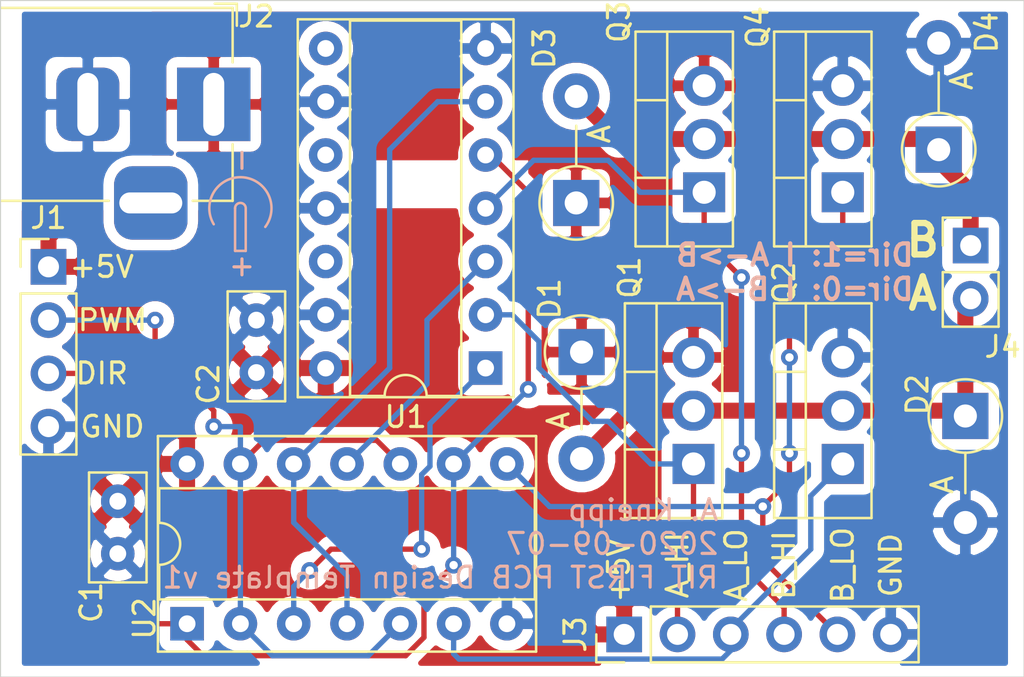
<source format=kicad_pcb>
(kicad_pcb (version 20171130) (host pcbnew 5.1.6)

  (general
    (thickness 1.6)
    (drawings 25)
    (tracks 116)
    (zones 0)
    (modules 16)
    (nets 19)
  )

  (page A4)
  (layers
    (0 F.Cu signal hide)
    (31 B.Cu signal hide)
    (32 B.Adhes user)
    (33 F.Adhes user hide)
    (34 B.Paste user)
    (35 F.Paste user)
    (36 B.SilkS user hide)
    (37 F.SilkS user)
    (38 B.Mask user)
    (39 F.Mask user)
    (40 Dwgs.User user)
    (41 Cmts.User user)
    (42 Eco1.User user)
    (43 Eco2.User user)
    (44 Edge.Cuts user)
    (45 Margin user)
    (46 B.CrtYd user)
    (47 F.CrtYd user)
    (48 B.Fab user)
    (49 F.Fab user hide)
  )

  (setup
    (last_trace_width 0.254)
    (user_trace_width 0.254)
    (user_trace_width 0.508)
    (user_trace_width 0.762)
    (trace_clearance 0.2)
    (zone_clearance 0.508)
    (zone_45_only no)
    (trace_min 0.2)
    (via_size 0.8)
    (via_drill 0.4)
    (via_min_size 0.4)
    (via_min_drill 0.3)
    (user_via 0.762 0.381)
    (uvia_size 0.3)
    (uvia_drill 0.1)
    (uvias_allowed no)
    (uvia_min_size 0.2)
    (uvia_min_drill 0.1)
    (edge_width 0.05)
    (segment_width 0.2)
    (pcb_text_width 0.3)
    (pcb_text_size 1.5 1.5)
    (mod_edge_width 0.12)
    (mod_text_size 1 1)
    (mod_text_width 0.15)
    (pad_size 1.524 1.524)
    (pad_drill 0.762)
    (pad_to_mask_clearance 0.05)
    (aux_axis_origin 0 0)
    (visible_elements FFFFFF7F)
    (pcbplotparams
      (layerselection 0x010fc_ffffffff)
      (usegerberextensions false)
      (usegerberattributes true)
      (usegerberadvancedattributes true)
      (creategerberjobfile true)
      (excludeedgelayer true)
      (linewidth 0.100000)
      (plotframeref false)
      (viasonmask false)
      (mode 1)
      (useauxorigin false)
      (hpglpennumber 1)
      (hpglpenspeed 20)
      (hpglpendiameter 15.000000)
      (psnegative false)
      (psa4output false)
      (plotreference true)
      (plotvalue true)
      (plotinvisibletext false)
      (padsonsilk false)
      (subtractmaskfromsilk false)
      (outputformat 1)
      (mirror false)
      (drillshape 0)
      (scaleselection 1)
      (outputdirectory "./fab"))
  )

  (net 0 "")
  (net 1 GND)
  (net 2 +5V)
  (net 3 /DIR_A)
  (net 4 /PWM_IN)
  (net 5 "Net-(J2-Pad3)")
  (net 6 VCC)
  (net 7 /B_LOW)
  (net 8 /B_HIGH)
  (net 9 /A_LOW)
  (net 10 /A_HIGH)
  (net 11 /MOTOR_A)
  (net 12 /MOTOR_B)
  (net 13 /DIR_B)
  (net 14 "Net-(U1-Pad12)")
  (net 15 "Net-(U1-Pad10)")
  (net 16 "Net-(U1-Pad3)")
  (net 17 "Net-(U1-Pad8)")
  (net 18 "Net-(U1-Pad1)")

  (net_class Default "This is the default net class."
    (clearance 0.2)
    (trace_width 0.25)
    (via_dia 0.8)
    (via_drill 0.4)
    (uvia_dia 0.3)
    (uvia_drill 0.1)
    (add_net +5V)
    (add_net /A_HIGH)
    (add_net /A_LOW)
    (add_net /B_HIGH)
    (add_net /B_LOW)
    (add_net /DIR_A)
    (add_net /DIR_B)
    (add_net /MOTOR_A)
    (add_net /MOTOR_B)
    (add_net /PWM_IN)
    (add_net GND)
    (add_net "Net-(J2-Pad3)")
    (add_net "Net-(U1-Pad1)")
    (add_net "Net-(U1-Pad10)")
    (add_net "Net-(U1-Pad12)")
    (add_net "Net-(U1-Pad3)")
    (add_net "Net-(U1-Pad8)")
    (add_net VCC)
  )

  (module Package_DIP:DIP-14_W7.62mm_Socket (layer F.Cu) (tedit 5A02E8C5) (tstamp 5F5B9EF6)
    (at 137.414 93.726 180)
    (descr "14-lead though-hole mounted DIP package, row spacing 7.62 mm (300 mils), Socket")
    (tags "THT DIP DIL PDIP 2.54mm 7.62mm 300mil Socket")
    (path /5F5E673D)
    (fp_text reference U1 (at 3.81 -2.33) (layer F.SilkS)
      (effects (font (size 1 1) (thickness 0.15)))
    )
    (fp_text value 74HC14 (at 3.81 17.57) (layer F.Fab)
      (effects (font (size 1 1) (thickness 0.15)))
    )
    (fp_text user %R (at 3.81 7.62) (layer F.Fab)
      (effects (font (size 1 1) (thickness 0.15)))
    )
    (fp_arc (start 3.81 -1.33) (end 2.81 -1.33) (angle -180) (layer F.SilkS) (width 0.12))
    (fp_line (start 1.635 -1.27) (end 6.985 -1.27) (layer F.Fab) (width 0.1))
    (fp_line (start 6.985 -1.27) (end 6.985 16.51) (layer F.Fab) (width 0.1))
    (fp_line (start 6.985 16.51) (end 0.635 16.51) (layer F.Fab) (width 0.1))
    (fp_line (start 0.635 16.51) (end 0.635 -0.27) (layer F.Fab) (width 0.1))
    (fp_line (start 0.635 -0.27) (end 1.635 -1.27) (layer F.Fab) (width 0.1))
    (fp_line (start -1.27 -1.33) (end -1.27 16.57) (layer F.Fab) (width 0.1))
    (fp_line (start -1.27 16.57) (end 8.89 16.57) (layer F.Fab) (width 0.1))
    (fp_line (start 8.89 16.57) (end 8.89 -1.33) (layer F.Fab) (width 0.1))
    (fp_line (start 8.89 -1.33) (end -1.27 -1.33) (layer F.Fab) (width 0.1))
    (fp_line (start 2.81 -1.33) (end 1.16 -1.33) (layer F.SilkS) (width 0.12))
    (fp_line (start 1.16 -1.33) (end 1.16 16.57) (layer F.SilkS) (width 0.12))
    (fp_line (start 1.16 16.57) (end 6.46 16.57) (layer F.SilkS) (width 0.12))
    (fp_line (start 6.46 16.57) (end 6.46 -1.33) (layer F.SilkS) (width 0.12))
    (fp_line (start 6.46 -1.33) (end 4.81 -1.33) (layer F.SilkS) (width 0.12))
    (fp_line (start -1.33 -1.39) (end -1.33 16.63) (layer F.SilkS) (width 0.12))
    (fp_line (start -1.33 16.63) (end 8.95 16.63) (layer F.SilkS) (width 0.12))
    (fp_line (start 8.95 16.63) (end 8.95 -1.39) (layer F.SilkS) (width 0.12))
    (fp_line (start 8.95 -1.39) (end -1.33 -1.39) (layer F.SilkS) (width 0.12))
    (fp_line (start -1.55 -1.6) (end -1.55 16.85) (layer F.CrtYd) (width 0.05))
    (fp_line (start -1.55 16.85) (end 9.15 16.85) (layer F.CrtYd) (width 0.05))
    (fp_line (start 9.15 16.85) (end 9.15 -1.6) (layer F.CrtYd) (width 0.05))
    (fp_line (start 9.15 -1.6) (end -1.55 -1.6) (layer F.CrtYd) (width 0.05))
    (pad 14 thru_hole oval (at 7.62 0 180) (size 1.6 1.6) (drill 0.8) (layers *.Cu *.Mask)
      (net 2 +5V))
    (pad 7 thru_hole oval (at 0 15.24 180) (size 1.6 1.6) (drill 0.8) (layers *.Cu *.Mask)
      (net 1 GND))
    (pad 13 thru_hole oval (at 7.62 2.54 180) (size 1.6 1.6) (drill 0.8) (layers *.Cu *.Mask)
      (net 1 GND))
    (pad 6 thru_hole oval (at 0 12.7 180) (size 1.6 1.6) (drill 0.8) (layers *.Cu *.Mask)
      (net 13 /DIR_B))
    (pad 12 thru_hole oval (at 7.62 5.08 180) (size 1.6 1.6) (drill 0.8) (layers *.Cu *.Mask)
      (net 14 "Net-(U1-Pad12)"))
    (pad 5 thru_hole oval (at 0 10.16 180) (size 1.6 1.6) (drill 0.8) (layers *.Cu *.Mask)
      (net 3 /DIR_A))
    (pad 11 thru_hole oval (at 7.62 7.62 180) (size 1.6 1.6) (drill 0.8) (layers *.Cu *.Mask)
      (net 1 GND))
    (pad 4 thru_hole oval (at 0 7.62 180) (size 1.6 1.6) (drill 0.8) (layers *.Cu *.Mask)
      (net 8 /B_HIGH))
    (pad 10 thru_hole oval (at 7.62 10.16 180) (size 1.6 1.6) (drill 0.8) (layers *.Cu *.Mask)
      (net 15 "Net-(U1-Pad10)"))
    (pad 3 thru_hole oval (at 0 5.08 180) (size 1.6 1.6) (drill 0.8) (layers *.Cu *.Mask)
      (net 16 "Net-(U1-Pad3)"))
    (pad 9 thru_hole oval (at 7.62 12.7 180) (size 1.6 1.6) (drill 0.8) (layers *.Cu *.Mask)
      (net 1 GND))
    (pad 2 thru_hole oval (at 0 2.54 180) (size 1.6 1.6) (drill 0.8) (layers *.Cu *.Mask)
      (net 10 /A_HIGH))
    (pad 8 thru_hole oval (at 7.62 15.24 180) (size 1.6 1.6) (drill 0.8) (layers *.Cu *.Mask)
      (net 17 "Net-(U1-Pad8)"))
    (pad 1 thru_hole rect (at 0 0 180) (size 1.6 1.6) (drill 0.8) (layers *.Cu *.Mask)
      (net 18 "Net-(U1-Pad1)"))
    (model ${KISYS3DMOD}/Package_DIP.3dshapes/DIP-14_W7.62mm_Socket.wrl
      (at (xyz 0 0 0))
      (scale (xyz 1 1 1))
      (rotate (xyz 0 0 0))
    )
  )

  (module Package_TO_SOT_THT:TO-220-3_Vertical (layer F.Cu) (tedit 5AC8BA0D) (tstamp 5F5B9ECC)
    (at 154.432 85.344 90)
    (descr "TO-220-3, Vertical, RM 2.54mm, see https://www.vishay.com/docs/66542/to-220-1.pdf")
    (tags "TO-220-3 Vertical RM 2.54mm")
    (path /5F5DDB4D)
    (fp_text reference Q4 (at 7.874 -4.064 90) (layer F.SilkS)
      (effects (font (size 1 1) (thickness 0.15)))
    )
    (fp_text value RFP12N10L (at 2.54 2.5 90) (layer F.Fab)
      (effects (font (size 1 1) (thickness 0.15)))
    )
    (fp_text user %R (at 2.54 -4.27 90) (layer F.Fab)
      (effects (font (size 1 1) (thickness 0.15)))
    )
    (fp_line (start -2.46 -3.15) (end -2.46 1.25) (layer F.Fab) (width 0.1))
    (fp_line (start -2.46 1.25) (end 7.54 1.25) (layer F.Fab) (width 0.1))
    (fp_line (start 7.54 1.25) (end 7.54 -3.15) (layer F.Fab) (width 0.1))
    (fp_line (start 7.54 -3.15) (end -2.46 -3.15) (layer F.Fab) (width 0.1))
    (fp_line (start -2.46 -1.88) (end 7.54 -1.88) (layer F.Fab) (width 0.1))
    (fp_line (start 0.69 -3.15) (end 0.69 -1.88) (layer F.Fab) (width 0.1))
    (fp_line (start 4.39 -3.15) (end 4.39 -1.88) (layer F.Fab) (width 0.1))
    (fp_line (start -2.58 -3.27) (end 7.66 -3.27) (layer F.SilkS) (width 0.12))
    (fp_line (start -2.58 1.371) (end 7.66 1.371) (layer F.SilkS) (width 0.12))
    (fp_line (start -2.58 -3.27) (end -2.58 1.371) (layer F.SilkS) (width 0.12))
    (fp_line (start 7.66 -3.27) (end 7.66 1.371) (layer F.SilkS) (width 0.12))
    (fp_line (start -2.58 -1.76) (end 7.66 -1.76) (layer F.SilkS) (width 0.12))
    (fp_line (start 0.69 -3.27) (end 0.69 -1.76) (layer F.SilkS) (width 0.12))
    (fp_line (start 4.391 -3.27) (end 4.391 -1.76) (layer F.SilkS) (width 0.12))
    (fp_line (start -2.71 -3.4) (end -2.71 1.51) (layer F.CrtYd) (width 0.05))
    (fp_line (start -2.71 1.51) (end 7.79 1.51) (layer F.CrtYd) (width 0.05))
    (fp_line (start 7.79 1.51) (end 7.79 -3.4) (layer F.CrtYd) (width 0.05))
    (fp_line (start 7.79 -3.4) (end -2.71 -3.4) (layer F.CrtYd) (width 0.05))
    (pad 3 thru_hole oval (at 5.08 0 90) (size 1.905 2) (drill 1.1) (layers *.Cu *.Mask)
      (net 1 GND))
    (pad 2 thru_hole oval (at 2.54 0 90) (size 1.905 2) (drill 1.1) (layers *.Cu *.Mask)
      (net 12 /MOTOR_B))
    (pad 1 thru_hole rect (at 0 0 90) (size 1.905 2) (drill 1.1) (layers *.Cu *.Mask)
      (net 7 /B_LOW))
    (model ${KISYS3DMOD}/Package_TO_SOT_THT.3dshapes/TO-220-3_Vertical.wrl
      (at (xyz 0 0 0))
      (scale (xyz 1 1 1))
      (rotate (xyz 0 0 0))
    )
  )

  (module Package_TO_SOT_THT:TO-220-3_Vertical (layer F.Cu) (tedit 5AC8BA0D) (tstamp 5F5B9EB2)
    (at 147.828 85.344 90)
    (descr "TO-220-3, Vertical, RM 2.54mm, see https://www.vishay.com/docs/66542/to-220-1.pdf")
    (tags "TO-220-3 Vertical RM 2.54mm")
    (path /5F5FEC56)
    (fp_text reference Q3 (at 8.128 -4.064 90) (layer F.SilkS)
      (effects (font (size 1 1) (thickness 0.15)))
    )
    (fp_text value IRF9Z34NPBF (at 2.54 2.5 90) (layer F.Fab)
      (effects (font (size 1 1) (thickness 0.15)))
    )
    (fp_text user %R (at 2.54 -4.27 90) (layer F.Fab)
      (effects (font (size 1 1) (thickness 0.15)))
    )
    (fp_line (start -2.46 -3.15) (end -2.46 1.25) (layer F.Fab) (width 0.1))
    (fp_line (start -2.46 1.25) (end 7.54 1.25) (layer F.Fab) (width 0.1))
    (fp_line (start 7.54 1.25) (end 7.54 -3.15) (layer F.Fab) (width 0.1))
    (fp_line (start 7.54 -3.15) (end -2.46 -3.15) (layer F.Fab) (width 0.1))
    (fp_line (start -2.46 -1.88) (end 7.54 -1.88) (layer F.Fab) (width 0.1))
    (fp_line (start 0.69 -3.15) (end 0.69 -1.88) (layer F.Fab) (width 0.1))
    (fp_line (start 4.39 -3.15) (end 4.39 -1.88) (layer F.Fab) (width 0.1))
    (fp_line (start -2.58 -3.27) (end 7.66 -3.27) (layer F.SilkS) (width 0.12))
    (fp_line (start -2.58 1.371) (end 7.66 1.371) (layer F.SilkS) (width 0.12))
    (fp_line (start -2.58 -3.27) (end -2.58 1.371) (layer F.SilkS) (width 0.12))
    (fp_line (start 7.66 -3.27) (end 7.66 1.371) (layer F.SilkS) (width 0.12))
    (fp_line (start -2.58 -1.76) (end 7.66 -1.76) (layer F.SilkS) (width 0.12))
    (fp_line (start 0.69 -3.27) (end 0.69 -1.76) (layer F.SilkS) (width 0.12))
    (fp_line (start 4.391 -3.27) (end 4.391 -1.76) (layer F.SilkS) (width 0.12))
    (fp_line (start -2.71 -3.4) (end -2.71 1.51) (layer F.CrtYd) (width 0.05))
    (fp_line (start -2.71 1.51) (end 7.79 1.51) (layer F.CrtYd) (width 0.05))
    (fp_line (start 7.79 1.51) (end 7.79 -3.4) (layer F.CrtYd) (width 0.05))
    (fp_line (start 7.79 -3.4) (end -2.71 -3.4) (layer F.CrtYd) (width 0.05))
    (pad 3 thru_hole oval (at 5.08 0 90) (size 1.905 2) (drill 1.1) (layers *.Cu *.Mask)
      (net 6 VCC))
    (pad 2 thru_hole oval (at 2.54 0 90) (size 1.905 2) (drill 1.1) (layers *.Cu *.Mask)
      (net 12 /MOTOR_B))
    (pad 1 thru_hole rect (at 0 0 90) (size 1.905 2) (drill 1.1) (layers *.Cu *.Mask)
      (net 8 /B_HIGH))
    (model ${KISYS3DMOD}/Package_TO_SOT_THT.3dshapes/TO-220-3_Vertical.wrl
      (at (xyz 0 0 0))
      (scale (xyz 1 1 1))
      (rotate (xyz 0 0 0))
    )
  )

  (module Package_TO_SOT_THT:TO-220-3_Vertical (layer F.Cu) (tedit 5AC8BA0D) (tstamp 5F5B9E98)
    (at 154.432 98.298 90)
    (descr "TO-220-3, Vertical, RM 2.54mm, see https://www.vishay.com/docs/66542/to-220-1.pdf")
    (tags "TO-220-3 Vertical RM 2.54mm")
    (path /5F5B988F)
    (fp_text reference Q2 (at 8.636 -2.794 90) (layer F.SilkS)
      (effects (font (size 1 1) (thickness 0.15)))
    )
    (fp_text value RFP12N10L (at 2.54 2.5 90) (layer F.Fab)
      (effects (font (size 1 1) (thickness 0.15)))
    )
    (fp_text user %R (at 2.54 -4.27 90) (layer F.Fab)
      (effects (font (size 1 1) (thickness 0.15)))
    )
    (fp_line (start -2.46 -3.15) (end -2.46 1.25) (layer F.Fab) (width 0.1))
    (fp_line (start -2.46 1.25) (end 7.54 1.25) (layer F.Fab) (width 0.1))
    (fp_line (start 7.54 1.25) (end 7.54 -3.15) (layer F.Fab) (width 0.1))
    (fp_line (start 7.54 -3.15) (end -2.46 -3.15) (layer F.Fab) (width 0.1))
    (fp_line (start -2.46 -1.88) (end 7.54 -1.88) (layer F.Fab) (width 0.1))
    (fp_line (start 0.69 -3.15) (end 0.69 -1.88) (layer F.Fab) (width 0.1))
    (fp_line (start 4.39 -3.15) (end 4.39 -1.88) (layer F.Fab) (width 0.1))
    (fp_line (start -2.58 -3.27) (end 7.66 -3.27) (layer F.SilkS) (width 0.12))
    (fp_line (start -2.58 1.371) (end 7.66 1.371) (layer F.SilkS) (width 0.12))
    (fp_line (start -2.58 -3.27) (end -2.58 1.371) (layer F.SilkS) (width 0.12))
    (fp_line (start 7.66 -3.27) (end 7.66 1.371) (layer F.SilkS) (width 0.12))
    (fp_line (start -2.58 -1.76) (end 7.66 -1.76) (layer F.SilkS) (width 0.12))
    (fp_line (start 0.69 -3.27) (end 0.69 -1.76) (layer F.SilkS) (width 0.12))
    (fp_line (start 4.391 -3.27) (end 4.391 -1.76) (layer F.SilkS) (width 0.12))
    (fp_line (start -2.71 -3.4) (end -2.71 1.51) (layer F.CrtYd) (width 0.05))
    (fp_line (start -2.71 1.51) (end 7.79 1.51) (layer F.CrtYd) (width 0.05))
    (fp_line (start 7.79 1.51) (end 7.79 -3.4) (layer F.CrtYd) (width 0.05))
    (fp_line (start 7.79 -3.4) (end -2.71 -3.4) (layer F.CrtYd) (width 0.05))
    (pad 3 thru_hole oval (at 5.08 0 90) (size 1.905 2) (drill 1.1) (layers *.Cu *.Mask)
      (net 1 GND))
    (pad 2 thru_hole oval (at 2.54 0 90) (size 1.905 2) (drill 1.1) (layers *.Cu *.Mask)
      (net 11 /MOTOR_A))
    (pad 1 thru_hole rect (at 0 0 90) (size 1.905 2) (drill 1.1) (layers *.Cu *.Mask)
      (net 9 /A_LOW))
    (model ${KISYS3DMOD}/Package_TO_SOT_THT.3dshapes/TO-220-3_Vertical.wrl
      (at (xyz 0 0 0))
      (scale (xyz 1 1 1))
      (rotate (xyz 0 0 0))
    )
  )

  (module Package_TO_SOT_THT:TO-220-3_Vertical (layer F.Cu) (tedit 5AC8BA0D) (tstamp 5F5B9E7E)
    (at 147.32 98.298 90)
    (descr "TO-220-3, Vertical, RM 2.54mm, see https://www.vishay.com/docs/66542/to-220-1.pdf")
    (tags "TO-220-3 Vertical RM 2.54mm")
    (path /5F5EEB93)
    (fp_text reference Q1 (at 8.89 -3.048 90) (layer F.SilkS)
      (effects (font (size 1 1) (thickness 0.15)))
    )
    (fp_text value IRF9Z34NPBF (at 2.54 2.5 90) (layer F.Fab)
      (effects (font (size 1 1) (thickness 0.15)))
    )
    (fp_text user %R (at 2.54 -4.27 90) (layer F.Fab)
      (effects (font (size 1 1) (thickness 0.15)))
    )
    (fp_line (start -2.46 -3.15) (end -2.46 1.25) (layer F.Fab) (width 0.1))
    (fp_line (start -2.46 1.25) (end 7.54 1.25) (layer F.Fab) (width 0.1))
    (fp_line (start 7.54 1.25) (end 7.54 -3.15) (layer F.Fab) (width 0.1))
    (fp_line (start 7.54 -3.15) (end -2.46 -3.15) (layer F.Fab) (width 0.1))
    (fp_line (start -2.46 -1.88) (end 7.54 -1.88) (layer F.Fab) (width 0.1))
    (fp_line (start 0.69 -3.15) (end 0.69 -1.88) (layer F.Fab) (width 0.1))
    (fp_line (start 4.39 -3.15) (end 4.39 -1.88) (layer F.Fab) (width 0.1))
    (fp_line (start -2.58 -3.27) (end 7.66 -3.27) (layer F.SilkS) (width 0.12))
    (fp_line (start -2.58 1.371) (end 7.66 1.371) (layer F.SilkS) (width 0.12))
    (fp_line (start -2.58 -3.27) (end -2.58 1.371) (layer F.SilkS) (width 0.12))
    (fp_line (start 7.66 -3.27) (end 7.66 1.371) (layer F.SilkS) (width 0.12))
    (fp_line (start -2.58 -1.76) (end 7.66 -1.76) (layer F.SilkS) (width 0.12))
    (fp_line (start 0.69 -3.27) (end 0.69 -1.76) (layer F.SilkS) (width 0.12))
    (fp_line (start 4.391 -3.27) (end 4.391 -1.76) (layer F.SilkS) (width 0.12))
    (fp_line (start -2.71 -3.4) (end -2.71 1.51) (layer F.CrtYd) (width 0.05))
    (fp_line (start -2.71 1.51) (end 7.79 1.51) (layer F.CrtYd) (width 0.05))
    (fp_line (start 7.79 1.51) (end 7.79 -3.4) (layer F.CrtYd) (width 0.05))
    (fp_line (start 7.79 -3.4) (end -2.71 -3.4) (layer F.CrtYd) (width 0.05))
    (pad 3 thru_hole oval (at 5.08 0 90) (size 1.905 2) (drill 1.1) (layers *.Cu *.Mask)
      (net 6 VCC))
    (pad 2 thru_hole oval (at 2.54 0 90) (size 1.905 2) (drill 1.1) (layers *.Cu *.Mask)
      (net 11 /MOTOR_A))
    (pad 1 thru_hole rect (at 0 0 90) (size 1.905 2) (drill 1.1) (layers *.Cu *.Mask)
      (net 10 /A_HIGH))
    (model ${KISYS3DMOD}/Package_TO_SOT_THT.3dshapes/TO-220-3_Vertical.wrl
      (at (xyz 0 0 0))
      (scale (xyz 1 1 1))
      (rotate (xyz 0 0 0))
    )
  )

  (module Diode_THT:D_DO-41_SOD81_P5.08mm_Vertical_AnodeUp (layer F.Cu) (tedit 5AE50CD5) (tstamp 5F570C05)
    (at 141.732 85.852 90)
    (descr "Diode, DO-41_SOD81 series, Axial, Vertical, pin pitch=5.08mm, , length*diameter=5.2*2.7mm^2, , http://www.diodes.com/_files/packages/DO-41%20(Plastic).pdf")
    (tags "Diode DO-41_SOD81 series Axial Vertical pin pitch 5.08mm  length 5.2mm diameter 2.7mm")
    (path /5F5F02BE)
    (fp_text reference D3 (at 7.366 -1.524 90) (layer F.SilkS)
      (effects (font (size 1 1) (thickness 0.15)))
    )
    (fp_text value 1N4002 (at 2.54 2.750635 90) (layer F.Fab)
      (effects (font (size 1 1) (thickness 0.15)))
    )
    (fp_line (start 6.43 -1.6) (end -1.6 -1.6) (layer F.CrtYd) (width 0.05))
    (fp_line (start 6.43 1.6) (end 6.43 -1.6) (layer F.CrtYd) (width 0.05))
    (fp_line (start -1.6 1.6) (end 6.43 1.6) (layer F.CrtYd) (width 0.05))
    (fp_line (start -1.6 -1.6) (end -1.6 1.6) (layer F.CrtYd) (width 0.05))
    (fp_line (start 1.750635 0) (end 3.68 0) (layer F.SilkS) (width 0.12))
    (fp_line (start 0 0) (end 5.08 0) (layer F.Fab) (width 0.1))
    (fp_circle (center 0 0) (end 1.750635 0) (layer F.SilkS) (width 0.12))
    (fp_circle (center 0 0) (end 1.35 0) (layer F.Fab) (width 0.1))
    (fp_text user A (at 3.28 1.1 90) (layer F.SilkS)
      (effects (font (size 1 1) (thickness 0.15)))
    )
    (fp_text user A (at 3.28 1.1 90) (layer F.Fab)
      (effects (font (size 1 1) (thickness 0.15)))
    )
    (fp_text user %R (at 2.54 -2.750635 90) (layer F.Fab)
      (effects (font (size 1 1) (thickness 0.15)))
    )
    (pad 2 thru_hole oval (at 5.08 0 90) (size 2.2 2.2) (drill 1.1) (layers *.Cu *.Mask)
      (net 12 /MOTOR_B))
    (pad 1 thru_hole rect (at 0 0 90) (size 2.2 2.2) (drill 1.1) (layers *.Cu *.Mask)
      (net 6 VCC))
    (model ${KISYS3DMOD}/Diode_THT.3dshapes/D_DO-41_SOD81_P5.08mm_Vertical_AnodeUp.wrl
      (at (xyz 0 0 0))
      (scale (xyz 1 1 1))
      (rotate (xyz 0 0 0))
    )
  )

  (module Diode_THT:D_DO-41_SOD81_P5.08mm_Vertical_AnodeUp (layer F.Cu) (tedit 5AE50CD5) (tstamp 5F570BC7)
    (at 141.986 92.964 270)
    (descr "Diode, DO-41_SOD81 series, Axial, Vertical, pin pitch=5.08mm, , length*diameter=5.2*2.7mm^2, , http://www.diodes.com/_files/packages/DO-41%20(Plastic).pdf")
    (tags "Diode DO-41_SOD81 series Axial Vertical pin pitch 5.08mm  length 5.2mm diameter 2.7mm")
    (path /5F5F096B)
    (fp_text reference D1 (at -2.54 1.524 90) (layer F.SilkS)
      (effects (font (size 1 1) (thickness 0.15)))
    )
    (fp_text value 1N4002 (at 2.54 2.750635 90) (layer F.Fab)
      (effects (font (size 1 1) (thickness 0.15)))
    )
    (fp_line (start 6.43 -1.6) (end -1.6 -1.6) (layer F.CrtYd) (width 0.05))
    (fp_line (start 6.43 1.6) (end 6.43 -1.6) (layer F.CrtYd) (width 0.05))
    (fp_line (start -1.6 1.6) (end 6.43 1.6) (layer F.CrtYd) (width 0.05))
    (fp_line (start -1.6 -1.6) (end -1.6 1.6) (layer F.CrtYd) (width 0.05))
    (fp_line (start 1.750635 0) (end 3.68 0) (layer F.SilkS) (width 0.12))
    (fp_line (start 0 0) (end 5.08 0) (layer F.Fab) (width 0.1))
    (fp_circle (center 0 0) (end 1.750635 0) (layer F.SilkS) (width 0.12))
    (fp_circle (center 0 0) (end 1.35 0) (layer F.Fab) (width 0.1))
    (fp_text user A (at 3.28 1.1 90) (layer F.SilkS)
      (effects (font (size 1 1) (thickness 0.15)))
    )
    (fp_text user A (at 3.28 1.1 90) (layer F.Fab)
      (effects (font (size 1 1) (thickness 0.15)))
    )
    (fp_text user %R (at 2.54 -2.750635 90) (layer F.Fab)
      (effects (font (size 1 1) (thickness 0.15)))
    )
    (pad 2 thru_hole oval (at 5.08 0 270) (size 2.2 2.2) (drill 1.1) (layers *.Cu *.Mask)
      (net 11 /MOTOR_A))
    (pad 1 thru_hole rect (at 0 0 270) (size 2.2 2.2) (drill 1.1) (layers *.Cu *.Mask)
      (net 6 VCC))
    (model ${KISYS3DMOD}/Diode_THT.3dshapes/D_DO-41_SOD81_P5.08mm_Vertical_AnodeUp.wrl
      (at (xyz 0 0 0))
      (scale (xyz 1 1 1))
      (rotate (xyz 0 0 0))
    )
  )

  (module Diode_THT:D_DO-41_SOD81_P5.08mm_Vertical_AnodeUp (layer F.Cu) (tedit 5AE50CD5) (tstamp 5F570C24)
    (at 159.004 83.312 90)
    (descr "Diode, DO-41_SOD81 series, Axial, Vertical, pin pitch=5.08mm, , length*diameter=5.2*2.7mm^2, , http://www.diodes.com/_files/packages/DO-41%20(Plastic).pdf")
    (tags "Diode DO-41_SOD81 series Axial Vertical pin pitch 5.08mm  length 5.2mm diameter 2.7mm")
    (path /5F5EDE51)
    (fp_text reference D4 (at 5.588 2.286 90) (layer F.SilkS)
      (effects (font (size 1 1) (thickness 0.15)))
    )
    (fp_text value 1N4002 (at 2.54 2.750635 90) (layer F.Fab)
      (effects (font (size 1 1) (thickness 0.15)))
    )
    (fp_line (start 6.43 -1.6) (end -1.6 -1.6) (layer F.CrtYd) (width 0.05))
    (fp_line (start 6.43 1.6) (end 6.43 -1.6) (layer F.CrtYd) (width 0.05))
    (fp_line (start -1.6 1.6) (end 6.43 1.6) (layer F.CrtYd) (width 0.05))
    (fp_line (start -1.6 -1.6) (end -1.6 1.6) (layer F.CrtYd) (width 0.05))
    (fp_line (start 1.750635 0) (end 3.68 0) (layer F.SilkS) (width 0.12))
    (fp_line (start 0 0) (end 5.08 0) (layer F.Fab) (width 0.1))
    (fp_circle (center 0 0) (end 1.750635 0) (layer F.SilkS) (width 0.12))
    (fp_circle (center 0 0) (end 1.35 0) (layer F.Fab) (width 0.1))
    (fp_text user A (at 3.28 1.1 90) (layer F.SilkS)
      (effects (font (size 1 1) (thickness 0.15)))
    )
    (fp_text user A (at 3.28 1.1 90) (layer F.Fab)
      (effects (font (size 1 1) (thickness 0.15)))
    )
    (fp_text user %R (at 2.54 -2.750635 90) (layer F.Fab)
      (effects (font (size 1 1) (thickness 0.15)))
    )
    (pad 2 thru_hole oval (at 5.08 0 90) (size 2.2 2.2) (drill 1.1) (layers *.Cu *.Mask)
      (net 1 GND))
    (pad 1 thru_hole rect (at 0 0 90) (size 2.2 2.2) (drill 1.1) (layers *.Cu *.Mask)
      (net 12 /MOTOR_B))
    (model ${KISYS3DMOD}/Diode_THT.3dshapes/D_DO-41_SOD81_P5.08mm_Vertical_AnodeUp.wrl
      (at (xyz 0 0 0))
      (scale (xyz 1 1 1))
      (rotate (xyz 0 0 0))
    )
  )

  (module Diode_THT:D_DO-41_SOD81_P5.08mm_Vertical_AnodeUp (layer F.Cu) (tedit 5AE50CD5) (tstamp 5F570BE6)
    (at 160.274 96.012 270)
    (descr "Diode, DO-41_SOD81 series, Axial, Vertical, pin pitch=5.08mm, , length*diameter=5.2*2.7mm^2, , http://www.diodes.com/_files/packages/DO-41%20(Plastic).pdf")
    (tags "Diode DO-41_SOD81 series Axial Vertical pin pitch 5.08mm  length 5.2mm diameter 2.7mm")
    (path /5F5ECEFF)
    (fp_text reference D2 (at -1.016 2.286 90) (layer F.SilkS)
      (effects (font (size 1 1) (thickness 0.15)))
    )
    (fp_text value 1N4002 (at 2.54 2.750635 90) (layer F.Fab)
      (effects (font (size 1 1) (thickness 0.15)))
    )
    (fp_line (start 6.43 -1.6) (end -1.6 -1.6) (layer F.CrtYd) (width 0.05))
    (fp_line (start 6.43 1.6) (end 6.43 -1.6) (layer F.CrtYd) (width 0.05))
    (fp_line (start -1.6 1.6) (end 6.43 1.6) (layer F.CrtYd) (width 0.05))
    (fp_line (start -1.6 -1.6) (end -1.6 1.6) (layer F.CrtYd) (width 0.05))
    (fp_line (start 1.750635 0) (end 3.68 0) (layer F.SilkS) (width 0.12))
    (fp_line (start 0 0) (end 5.08 0) (layer F.Fab) (width 0.1))
    (fp_circle (center 0 0) (end 1.750635 0) (layer F.SilkS) (width 0.12))
    (fp_circle (center 0 0) (end 1.35 0) (layer F.Fab) (width 0.1))
    (fp_text user A (at 3.28 1.1 90) (layer F.SilkS)
      (effects (font (size 1 1) (thickness 0.15)))
    )
    (fp_text user A (at 3.28 1.1 90) (layer F.Fab)
      (effects (font (size 1 1) (thickness 0.15)))
    )
    (fp_text user %R (at 2.54 -2.750635 90) (layer F.Fab)
      (effects (font (size 1 1) (thickness 0.15)))
    )
    (pad 2 thru_hole oval (at 5.08 0 270) (size 2.2 2.2) (drill 1.1) (layers *.Cu *.Mask)
      (net 1 GND))
    (pad 1 thru_hole rect (at 0 0 270) (size 2.2 2.2) (drill 1.1) (layers *.Cu *.Mask)
      (net 11 /MOTOR_A))
    (model ${KISYS3DMOD}/Diode_THT.3dshapes/D_DO-41_SOD81_P5.08mm_Vertical_AnodeUp.wrl
      (at (xyz 0 0 0))
      (scale (xyz 1 1 1))
      (rotate (xyz 0 0 0))
    )
  )

  (module Package_DIP:DIP-14_W7.62mm_Socket (layer F.Cu) (tedit 5A02E8C5) (tstamp 5F56D7E7)
    (at 123.19 105.918 90)
    (descr "14-lead though-hole mounted DIP package, row spacing 7.62 mm (300 mils), Socket")
    (tags "THT DIP DIL PDIP 2.54mm 7.62mm 300mil Socket")
    (path /5F5684E1)
    (fp_text reference U2 (at 0.254 -2.032 90) (layer F.SilkS)
      (effects (font (size 1 1) (thickness 0.15)))
    )
    (fp_text value SN74ACT08 (at 3.81 17.57 90) (layer F.Fab)
      (effects (font (size 1 1) (thickness 0.15)))
    )
    (fp_line (start 1.635 -1.27) (end 6.985 -1.27) (layer F.Fab) (width 0.1))
    (fp_line (start 6.985 -1.27) (end 6.985 16.51) (layer F.Fab) (width 0.1))
    (fp_line (start 6.985 16.51) (end 0.635 16.51) (layer F.Fab) (width 0.1))
    (fp_line (start 0.635 16.51) (end 0.635 -0.27) (layer F.Fab) (width 0.1))
    (fp_line (start 0.635 -0.27) (end 1.635 -1.27) (layer F.Fab) (width 0.1))
    (fp_line (start -1.27 -1.33) (end -1.27 16.57) (layer F.Fab) (width 0.1))
    (fp_line (start -1.27 16.57) (end 8.89 16.57) (layer F.Fab) (width 0.1))
    (fp_line (start 8.89 16.57) (end 8.89 -1.33) (layer F.Fab) (width 0.1))
    (fp_line (start 8.89 -1.33) (end -1.27 -1.33) (layer F.Fab) (width 0.1))
    (fp_line (start 2.81 -1.33) (end 1.16 -1.33) (layer F.SilkS) (width 0.12))
    (fp_line (start 1.16 -1.33) (end 1.16 16.57) (layer F.SilkS) (width 0.12))
    (fp_line (start 1.16 16.57) (end 6.46 16.57) (layer F.SilkS) (width 0.12))
    (fp_line (start 6.46 16.57) (end 6.46 -1.33) (layer F.SilkS) (width 0.12))
    (fp_line (start 6.46 -1.33) (end 4.81 -1.33) (layer F.SilkS) (width 0.12))
    (fp_line (start -1.33 -1.39) (end -1.33 16.63) (layer F.SilkS) (width 0.12))
    (fp_line (start -1.33 16.63) (end 8.95 16.63) (layer F.SilkS) (width 0.12))
    (fp_line (start 8.95 16.63) (end 8.95 -1.39) (layer F.SilkS) (width 0.12))
    (fp_line (start 8.95 -1.39) (end -1.33 -1.39) (layer F.SilkS) (width 0.12))
    (fp_line (start -1.55 -1.6) (end -1.55 16.85) (layer F.CrtYd) (width 0.05))
    (fp_line (start -1.55 16.85) (end 9.15 16.85) (layer F.CrtYd) (width 0.05))
    (fp_line (start 9.15 16.85) (end 9.15 -1.6) (layer F.CrtYd) (width 0.05))
    (fp_line (start 9.15 -1.6) (end -1.55 -1.6) (layer F.CrtYd) (width 0.05))
    (fp_text user %R (at 3.81 7.62 90) (layer F.Fab)
      (effects (font (size 1 1) (thickness 0.15)))
    )
    (fp_arc (start 3.81 -1.33) (end 2.81 -1.33) (angle -180) (layer F.SilkS) (width 0.12))
    (pad 14 thru_hole oval (at 7.62 0 90) (size 1.6 1.6) (drill 0.8) (layers *.Cu *.Mask)
      (net 2 +5V))
    (pad 7 thru_hole oval (at 0 15.24 90) (size 1.6 1.6) (drill 0.8) (layers *.Cu *.Mask)
      (net 1 GND))
    (pad 13 thru_hole oval (at 7.62 2.54 90) (size 1.6 1.6) (drill 0.8) (layers *.Cu *.Mask)
      (net 4 /PWM_IN))
    (pad 6 thru_hole oval (at 0 12.7 90) (size 1.6 1.6) (drill 0.8) (layers *.Cu *.Mask)
      (net 9 /A_LOW))
    (pad 12 thru_hole oval (at 7.62 5.08 90) (size 1.6 1.6) (drill 0.8) (layers *.Cu *.Mask)
      (net 13 /DIR_B))
    (pad 5 thru_hole oval (at 0 10.16 90) (size 1.6 1.6) (drill 0.8) (layers *.Cu *.Mask)
      (net 4 /PWM_IN))
    (pad 11 thru_hole oval (at 7.62 7.62 90) (size 1.6 1.6) (drill 0.8) (layers *.Cu *.Mask)
      (net 16 "Net-(U1-Pad3)"))
    (pad 4 thru_hole oval (at 0 7.62 90) (size 1.6 1.6) (drill 0.8) (layers *.Cu *.Mask)
      (net 13 /DIR_B))
    (pad 10 thru_hole oval (at 7.62 10.16 90) (size 1.6 1.6) (drill 0.8) (layers *.Cu *.Mask)
      (net 4 /PWM_IN))
    (pad 3 thru_hole oval (at 0 5.08 90) (size 1.6 1.6) (drill 0.8) (layers *.Cu *.Mask)
      (net 18 "Net-(U1-Pad1)"))
    (pad 9 thru_hole oval (at 7.62 12.7 90) (size 1.6 1.6) (drill 0.8) (layers *.Cu *.Mask)
      (net 3 /DIR_A))
    (pad 2 thru_hole oval (at 0 2.54 90) (size 1.6 1.6) (drill 0.8) (layers *.Cu *.Mask)
      (net 4 /PWM_IN))
    (pad 8 thru_hole oval (at 7.62 15.24 90) (size 1.6 1.6) (drill 0.8) (layers *.Cu *.Mask)
      (net 7 /B_LOW))
    (pad 1 thru_hole rect (at 0 0 90) (size 1.6 1.6) (drill 0.8) (layers *.Cu *.Mask)
      (net 3 /DIR_A))
    (model ${KISYS3DMOD}/Package_DIP.3dshapes/DIP-14_W7.62mm_Socket.wrl
      (at (xyz 0 0 0))
      (scale (xyz 1 1 1))
      (rotate (xyz 0 0 0))
    )
  )

  (module Connector_PinHeader_2.54mm:PinHeader_1x02_P2.54mm_Vertical (layer F.Cu) (tedit 59FED5CC) (tstamp 5F56D72B)
    (at 160.528 87.884)
    (descr "Through hole straight pin header, 1x02, 2.54mm pitch, single row")
    (tags "Through hole pin header THT 1x02 2.54mm single row")
    (path /5F56B9CE)
    (fp_text reference J4 (at 1.524 4.826) (layer F.SilkS)
      (effects (font (size 1 1) (thickness 0.15)))
    )
    (fp_text value CONN_MOTOR (at 0 4.87) (layer F.Fab)
      (effects (font (size 1 1) (thickness 0.15)))
    )
    (fp_line (start -0.635 -1.27) (end 1.27 -1.27) (layer F.Fab) (width 0.1))
    (fp_line (start 1.27 -1.27) (end 1.27 3.81) (layer F.Fab) (width 0.1))
    (fp_line (start 1.27 3.81) (end -1.27 3.81) (layer F.Fab) (width 0.1))
    (fp_line (start -1.27 3.81) (end -1.27 -0.635) (layer F.Fab) (width 0.1))
    (fp_line (start -1.27 -0.635) (end -0.635 -1.27) (layer F.Fab) (width 0.1))
    (fp_line (start -1.33 3.87) (end 1.33 3.87) (layer F.SilkS) (width 0.12))
    (fp_line (start -1.33 1.27) (end -1.33 3.87) (layer F.SilkS) (width 0.12))
    (fp_line (start 1.33 1.27) (end 1.33 3.87) (layer F.SilkS) (width 0.12))
    (fp_line (start -1.33 1.27) (end 1.33 1.27) (layer F.SilkS) (width 0.12))
    (fp_line (start -1.33 0) (end -1.33 -1.33) (layer F.SilkS) (width 0.12))
    (fp_line (start -1.33 -1.33) (end 0 -1.33) (layer F.SilkS) (width 0.12))
    (fp_line (start -1.8 -1.8) (end -1.8 4.35) (layer F.CrtYd) (width 0.05))
    (fp_line (start -1.8 4.35) (end 1.8 4.35) (layer F.CrtYd) (width 0.05))
    (fp_line (start 1.8 4.35) (end 1.8 -1.8) (layer F.CrtYd) (width 0.05))
    (fp_line (start 1.8 -1.8) (end -1.8 -1.8) (layer F.CrtYd) (width 0.05))
    (fp_text user %R (at 0 1.27 90) (layer F.Fab)
      (effects (font (size 1 1) (thickness 0.15)))
    )
    (pad 2 thru_hole oval (at 0 2.54) (size 1.7 1.7) (drill 1) (layers *.Cu *.Mask)
      (net 11 /MOTOR_A))
    (pad 1 thru_hole rect (at 0 0) (size 1.7 1.7) (drill 1) (layers *.Cu *.Mask)
      (net 12 /MOTOR_B))
    (model ${KISYS3DMOD}/Connector_PinHeader_2.54mm.3dshapes/PinHeader_1x02_P2.54mm_Vertical.wrl
      (at (xyz 0 0 0))
      (scale (xyz 1 1 1))
      (rotate (xyz 0 0 0))
    )
  )

  (module Connector_PinHeader_2.54mm:PinHeader_1x06_P2.54mm_Vertical (layer F.Cu) (tedit 59FED5CC) (tstamp 5F56D715)
    (at 144.018 106.426 90)
    (descr "Through hole straight pin header, 1x06, 2.54mm pitch, single row")
    (tags "Through hole pin header THT 1x06 2.54mm single row")
    (path /5F7B28AA)
    (fp_text reference J3 (at 0 -2.33 90) (layer F.SilkS)
      (effects (font (size 1 1) (thickness 0.15)))
    )
    (fp_text value Conn_01x06 (at 0 15.03 90) (layer F.Fab)
      (effects (font (size 1 1) (thickness 0.15)))
    )
    (fp_line (start -0.635 -1.27) (end 1.27 -1.27) (layer F.Fab) (width 0.1))
    (fp_line (start 1.27 -1.27) (end 1.27 13.97) (layer F.Fab) (width 0.1))
    (fp_line (start 1.27 13.97) (end -1.27 13.97) (layer F.Fab) (width 0.1))
    (fp_line (start -1.27 13.97) (end -1.27 -0.635) (layer F.Fab) (width 0.1))
    (fp_line (start -1.27 -0.635) (end -0.635 -1.27) (layer F.Fab) (width 0.1))
    (fp_line (start -1.33 14.03) (end 1.33 14.03) (layer F.SilkS) (width 0.12))
    (fp_line (start -1.33 1.27) (end -1.33 14.03) (layer F.SilkS) (width 0.12))
    (fp_line (start 1.33 1.27) (end 1.33 14.03) (layer F.SilkS) (width 0.12))
    (fp_line (start -1.33 1.27) (end 1.33 1.27) (layer F.SilkS) (width 0.12))
    (fp_line (start -1.33 0) (end -1.33 -1.33) (layer F.SilkS) (width 0.12))
    (fp_line (start -1.33 -1.33) (end 0 -1.33) (layer F.SilkS) (width 0.12))
    (fp_line (start -1.8 -1.8) (end -1.8 14.5) (layer F.CrtYd) (width 0.05))
    (fp_line (start -1.8 14.5) (end 1.8 14.5) (layer F.CrtYd) (width 0.05))
    (fp_line (start 1.8 14.5) (end 1.8 -1.8) (layer F.CrtYd) (width 0.05))
    (fp_line (start 1.8 -1.8) (end -1.8 -1.8) (layer F.CrtYd) (width 0.05))
    (fp_text user %R (at 0 6.35) (layer F.Fab)
      (effects (font (size 1 1) (thickness 0.15)))
    )
    (pad 6 thru_hole oval (at 0 12.7 90) (size 1.7 1.7) (drill 1) (layers *.Cu *.Mask)
      (net 1 GND))
    (pad 5 thru_hole oval (at 0 10.16 90) (size 1.7 1.7) (drill 1) (layers *.Cu *.Mask)
      (net 7 /B_LOW))
    (pad 4 thru_hole oval (at 0 7.62 90) (size 1.7 1.7) (drill 1) (layers *.Cu *.Mask)
      (net 8 /B_HIGH))
    (pad 3 thru_hole oval (at 0 5.08 90) (size 1.7 1.7) (drill 1) (layers *.Cu *.Mask)
      (net 9 /A_LOW))
    (pad 2 thru_hole oval (at 0 2.54 90) (size 1.7 1.7) (drill 1) (layers *.Cu *.Mask)
      (net 10 /A_HIGH))
    (pad 1 thru_hole rect (at 0 0 90) (size 1.7 1.7) (drill 1) (layers *.Cu *.Mask)
      (net 2 +5V))
    (model ${KISYS3DMOD}/Connector_PinHeader_2.54mm.3dshapes/PinHeader_1x06_P2.54mm_Vertical.wrl
      (at (xyz 0 0 0))
      (scale (xyz 1 1 1))
      (rotate (xyz 0 0 0))
    )
  )

  (module Connector_BarrelJack:BarrelJack_Horizontal (layer F.Cu) (tedit 5A1DBF6A) (tstamp 5F56D6FB)
    (at 124.46 81.152)
    (descr "DC Barrel Jack")
    (tags "Power Jack")
    (path /5F89FF9C)
    (fp_text reference J2 (at 2.032 -4.19) (layer F.SilkS)
      (effects (font (size 1 1) (thickness 0.15)))
    )
    (fp_text value Barrel_Jack_Switch (at -6.2 -5.5) (layer F.Fab)
      (effects (font (size 1 1) (thickness 0.15)))
    )
    (fp_line (start -0.003213 -4.505425) (end 0.8 -3.75) (layer F.Fab) (width 0.1))
    (fp_line (start 1.1 -3.75) (end 1.1 -4.8) (layer F.SilkS) (width 0.12))
    (fp_line (start 0.05 -4.8) (end 1.1 -4.8) (layer F.SilkS) (width 0.12))
    (fp_line (start 1 -4.5) (end 1 -4.75) (layer F.CrtYd) (width 0.05))
    (fp_line (start 1 -4.75) (end -14 -4.75) (layer F.CrtYd) (width 0.05))
    (fp_line (start 1 -4.5) (end 1 -2) (layer F.CrtYd) (width 0.05))
    (fp_line (start 1 -2) (end 2 -2) (layer F.CrtYd) (width 0.05))
    (fp_line (start 2 -2) (end 2 2) (layer F.CrtYd) (width 0.05))
    (fp_line (start 2 2) (end 1 2) (layer F.CrtYd) (width 0.05))
    (fp_line (start 1 2) (end 1 4.75) (layer F.CrtYd) (width 0.05))
    (fp_line (start 1 4.75) (end -1 4.75) (layer F.CrtYd) (width 0.05))
    (fp_line (start -1 4.75) (end -1 6.75) (layer F.CrtYd) (width 0.05))
    (fp_line (start -1 6.75) (end -5 6.75) (layer F.CrtYd) (width 0.05))
    (fp_line (start -5 6.75) (end -5 4.75) (layer F.CrtYd) (width 0.05))
    (fp_line (start -5 4.75) (end -14 4.75) (layer F.CrtYd) (width 0.05))
    (fp_line (start -14 4.75) (end -14 -4.75) (layer F.CrtYd) (width 0.05))
    (fp_line (start -5 4.6) (end -13.8 4.6) (layer F.SilkS) (width 0.12))
    (fp_line (start -13.8 4.6) (end -13.8 -4.6) (layer F.SilkS) (width 0.12))
    (fp_line (start 0.9 1.9) (end 0.9 4.6) (layer F.SilkS) (width 0.12))
    (fp_line (start 0.9 4.6) (end -1 4.6) (layer F.SilkS) (width 0.12))
    (fp_line (start -13.8 -4.6) (end 0.9 -4.6) (layer F.SilkS) (width 0.12))
    (fp_line (start 0.9 -4.6) (end 0.9 -2) (layer F.SilkS) (width 0.12))
    (fp_line (start -10.2 -4.5) (end -10.2 4.5) (layer F.Fab) (width 0.1))
    (fp_line (start -13.7 -4.5) (end -13.7 4.5) (layer F.Fab) (width 0.1))
    (fp_line (start -13.7 4.5) (end 0.8 4.5) (layer F.Fab) (width 0.1))
    (fp_line (start 0.8 4.5) (end 0.8 -3.75) (layer F.Fab) (width 0.1))
    (fp_line (start 0 -4.5) (end -13.7 -4.5) (layer F.Fab) (width 0.1))
    (fp_text user %R (at -3 -2.95) (layer F.Fab)
      (effects (font (size 1 1) (thickness 0.15)))
    )
    (pad 3 thru_hole roundrect (at -3 4.7) (size 3.5 3.5) (drill oval 3 1) (layers *.Cu *.Mask) (roundrect_rratio 0.25)
      (net 5 "Net-(J2-Pad3)"))
    (pad 2 thru_hole roundrect (at -6 0) (size 3 3.5) (drill oval 1 3) (layers *.Cu *.Mask) (roundrect_rratio 0.25)
      (net 1 GND))
    (pad 1 thru_hole rect (at 0 0) (size 3.5 3.5) (drill oval 1 3) (layers *.Cu *.Mask)
      (net 6 VCC))
    (model ${KISYS3DMOD}/Connector_BarrelJack.3dshapes/BarrelJack_Horizontal.wrl
      (at (xyz 0 0 0))
      (scale (xyz 1 1 1))
      (rotate (xyz 0 0 0))
    )
  )

  (module Connector_PinHeader_2.54mm:PinHeader_1x04_P2.54mm_Vertical (layer F.Cu) (tedit 59FED5CC) (tstamp 5F56D6D8)
    (at 116.586 88.9)
    (descr "Through hole straight pin header, 1x04, 2.54mm pitch, single row")
    (tags "Through hole pin header THT 1x04 2.54mm single row")
    (path /5F766424)
    (fp_text reference J1 (at 0 -2.33) (layer F.SilkS)
      (effects (font (size 1 1) (thickness 0.15)))
    )
    (fp_text value Conn_01x04 (at 0 9.95) (layer F.Fab)
      (effects (font (size 1 1) (thickness 0.15)))
    )
    (fp_line (start -0.635 -1.27) (end 1.27 -1.27) (layer F.Fab) (width 0.1))
    (fp_line (start 1.27 -1.27) (end 1.27 8.89) (layer F.Fab) (width 0.1))
    (fp_line (start 1.27 8.89) (end -1.27 8.89) (layer F.Fab) (width 0.1))
    (fp_line (start -1.27 8.89) (end -1.27 -0.635) (layer F.Fab) (width 0.1))
    (fp_line (start -1.27 -0.635) (end -0.635 -1.27) (layer F.Fab) (width 0.1))
    (fp_line (start -1.33 8.95) (end 1.33 8.95) (layer F.SilkS) (width 0.12))
    (fp_line (start -1.33 1.27) (end -1.33 8.95) (layer F.SilkS) (width 0.12))
    (fp_line (start 1.33 1.27) (end 1.33 8.95) (layer F.SilkS) (width 0.12))
    (fp_line (start -1.33 1.27) (end 1.33 1.27) (layer F.SilkS) (width 0.12))
    (fp_line (start -1.33 0) (end -1.33 -1.33) (layer F.SilkS) (width 0.12))
    (fp_line (start -1.33 -1.33) (end 0 -1.33) (layer F.SilkS) (width 0.12))
    (fp_line (start -1.8 -1.8) (end -1.8 9.4) (layer F.CrtYd) (width 0.05))
    (fp_line (start -1.8 9.4) (end 1.8 9.4) (layer F.CrtYd) (width 0.05))
    (fp_line (start 1.8 9.4) (end 1.8 -1.8) (layer F.CrtYd) (width 0.05))
    (fp_line (start 1.8 -1.8) (end -1.8 -1.8) (layer F.CrtYd) (width 0.05))
    (fp_text user %R (at 0 3.81 90) (layer F.Fab)
      (effects (font (size 1 1) (thickness 0.15)))
    )
    (pad 4 thru_hole oval (at 0 7.62) (size 1.7 1.7) (drill 1) (layers *.Cu *.Mask)
      (net 1 GND))
    (pad 3 thru_hole oval (at 0 5.08) (size 1.7 1.7) (drill 1) (layers *.Cu *.Mask)
      (net 3 /DIR_A))
    (pad 2 thru_hole oval (at 0 2.54) (size 1.7 1.7) (drill 1) (layers *.Cu *.Mask)
      (net 4 /PWM_IN))
    (pad 1 thru_hole rect (at 0 0) (size 1.7 1.7) (drill 1) (layers *.Cu *.Mask)
      (net 2 +5V))
    (model ${KISYS3DMOD}/Connector_PinHeader_2.54mm.3dshapes/PinHeader_1x04_P2.54mm_Vertical.wrl
      (at (xyz 0 0 0))
      (scale (xyz 1 1 1))
      (rotate (xyz 0 0 0))
    )
  )

  (module Capacitor_THT:C_Disc_D5.0mm_W2.5mm_P2.50mm (layer F.Cu) (tedit 5AE50EF0) (tstamp 5F56D6C0)
    (at 126.492 93.94 90)
    (descr "C, Disc series, Radial, pin pitch=2.50mm, , diameter*width=5*2.5mm^2, Capacitor, http://cdn-reichelt.de/documents/datenblatt/B300/DS_KERKO_TC.pdf")
    (tags "C Disc series Radial pin pitch 2.50mm  diameter 5mm width 2.5mm Capacitor")
    (path /5F7D5496)
    (fp_text reference C2 (at -0.548 -2.286 90) (layer F.SilkS)
      (effects (font (size 1 1) (thickness 0.15)))
    )
    (fp_text value .1uF (at 1.25 2.5 90) (layer F.Fab)
      (effects (font (size 1 1) (thickness 0.15)))
    )
    (fp_line (start -1.25 -1.25) (end -1.25 1.25) (layer F.Fab) (width 0.1))
    (fp_line (start -1.25 1.25) (end 3.75 1.25) (layer F.Fab) (width 0.1))
    (fp_line (start 3.75 1.25) (end 3.75 -1.25) (layer F.Fab) (width 0.1))
    (fp_line (start 3.75 -1.25) (end -1.25 -1.25) (layer F.Fab) (width 0.1))
    (fp_line (start -1.37 -1.37) (end 3.87 -1.37) (layer F.SilkS) (width 0.12))
    (fp_line (start -1.37 1.37) (end 3.87 1.37) (layer F.SilkS) (width 0.12))
    (fp_line (start -1.37 -1.37) (end -1.37 1.37) (layer F.SilkS) (width 0.12))
    (fp_line (start 3.87 -1.37) (end 3.87 1.37) (layer F.SilkS) (width 0.12))
    (fp_line (start -1.5 -1.5) (end -1.5 1.5) (layer F.CrtYd) (width 0.05))
    (fp_line (start -1.5 1.5) (end 4 1.5) (layer F.CrtYd) (width 0.05))
    (fp_line (start 4 1.5) (end 4 -1.5) (layer F.CrtYd) (width 0.05))
    (fp_line (start 4 -1.5) (end -1.5 -1.5) (layer F.CrtYd) (width 0.05))
    (fp_text user %R (at 1.25 0 90) (layer F.Fab)
      (effects (font (size 1 1) (thickness 0.15)))
    )
    (pad 2 thru_hole circle (at 2.5 0 90) (size 1.6 1.6) (drill 0.8) (layers *.Cu *.Mask)
      (net 1 GND))
    (pad 1 thru_hole circle (at 0 0 90) (size 1.6 1.6) (drill 0.8) (layers *.Cu *.Mask)
      (net 2 +5V))
    (model ${KISYS3DMOD}/Capacitor_THT.3dshapes/C_Disc_D5.0mm_W2.5mm_P2.50mm.wrl
      (at (xyz 0 0 0))
      (scale (xyz 1 1 1))
      (rotate (xyz 0 0 0))
    )
  )

  (module Capacitor_THT:C_Disc_D5.0mm_W2.5mm_P2.50mm (layer F.Cu) (tedit 5AE50EF0) (tstamp 5F56D6AD)
    (at 119.888 100.076 270)
    (descr "C, Disc series, Radial, pin pitch=2.50mm, , diameter*width=5*2.5mm^2, Capacitor, http://cdn-reichelt.de/documents/datenblatt/B300/DS_KERKO_TC.pdf")
    (tags "C Disc series Radial pin pitch 2.50mm  diameter 5mm width 2.5mm Capacitor")
    (path /5F7DF10F)
    (fp_text reference C1 (at 4.826 1.27 90) (layer F.SilkS)
      (effects (font (size 1 1) (thickness 0.15)))
    )
    (fp_text value .1uF (at 1.25 2.5 90) (layer F.Fab)
      (effects (font (size 1 1) (thickness 0.15)))
    )
    (fp_line (start -1.25 -1.25) (end -1.25 1.25) (layer F.Fab) (width 0.1))
    (fp_line (start -1.25 1.25) (end 3.75 1.25) (layer F.Fab) (width 0.1))
    (fp_line (start 3.75 1.25) (end 3.75 -1.25) (layer F.Fab) (width 0.1))
    (fp_line (start 3.75 -1.25) (end -1.25 -1.25) (layer F.Fab) (width 0.1))
    (fp_line (start -1.37 -1.37) (end 3.87 -1.37) (layer F.SilkS) (width 0.12))
    (fp_line (start -1.37 1.37) (end 3.87 1.37) (layer F.SilkS) (width 0.12))
    (fp_line (start -1.37 -1.37) (end -1.37 1.37) (layer F.SilkS) (width 0.12))
    (fp_line (start 3.87 -1.37) (end 3.87 1.37) (layer F.SilkS) (width 0.12))
    (fp_line (start -1.5 -1.5) (end -1.5 1.5) (layer F.CrtYd) (width 0.05))
    (fp_line (start -1.5 1.5) (end 4 1.5) (layer F.CrtYd) (width 0.05))
    (fp_line (start 4 1.5) (end 4 -1.5) (layer F.CrtYd) (width 0.05))
    (fp_line (start 4 -1.5) (end -1.5 -1.5) (layer F.CrtYd) (width 0.05))
    (fp_text user %R (at 0.976 0 90) (layer F.Fab)
      (effects (font (size 1 1) (thickness 0.15)))
    )
    (pad 2 thru_hole circle (at 2.5 0 270) (size 1.6 1.6) (drill 0.8) (layers *.Cu *.Mask)
      (net 1 GND))
    (pad 1 thru_hole circle (at 0 0 270) (size 1.6 1.6) (drill 0.8) (layers *.Cu *.Mask)
      (net 2 +5V))
    (model ${KISYS3DMOD}/Capacitor_THT.3dshapes/C_Disc_D5.0mm_W2.5mm_P2.50mm.wrl
      (at (xyz 0 0 0))
      (scale (xyz 1 1 1))
      (rotate (xyz 0 0 0))
    )
  )

  (gr_text "Dir=1: I A->B\nDir=0: I B->A" (at 152.146 89.154) (layer B.SilkS)
    (effects (font (size 1.016 1.016) (thickness 0.2032)) (justify mirror))
  )
  (gr_text "A. Kneipp\n2020-09-07\nRIT FIRST PCB Design Template v1" (at 148.59 102.108) (layer B.SilkS)
    (effects (font (size 1 1) (thickness 0.15)) (justify left mirror))
  )
  (gr_text - (at 125.73 83.82 90) (layer B.SilkS)
    (effects (font (size 1 1) (thickness 0.15)) (justify mirror))
  )
  (gr_text + (at 125.73 88.9 90) (layer B.SilkS)
    (effects (font (size 1 1) (thickness 0.15)) (justify mirror))
  )
  (gr_arc (start 125.73 86.106) (end 125.476 86.106) (angle 180) (layer B.SilkS) (width 0.12))
  (gr_line (start 125.984 88.138) (end 125.984 86.106) (layer B.SilkS) (width 0.12))
  (gr_line (start 125.476 88.138) (end 125.984 88.138) (layer B.SilkS) (width 0.12))
  (gr_line (start 125.476 88.138) (end 125.476 86.106) (layer B.SilkS) (width 0.12))
  (gr_arc (start 125.73 86.106) (end 124.460001 86.867999) (angle 247.8336542) (layer B.SilkS) (width 0.12))
  (gr_text PWM (at 119.634 91.44) (layer F.SilkS)
    (effects (font (size 1 1) (thickness 0.15)))
  )
  (gr_text DIR (at 119.126 93.98) (layer F.SilkS)
    (effects (font (size 1 1) (thickness 0.15)))
  )
  (gr_text GND (at 119.634 96.52) (layer F.SilkS)
    (effects (font (size 1 1) (thickness 0.15)))
  )
  (gr_text +5V (at 119.126 88.9) (layer F.SilkS)
    (effects (font (size 1 1) (thickness 0.15)))
  )
  (gr_text B_LO (at 154.432 103.124 90) (layer F.SilkS)
    (effects (font (size 1 1) (thickness 0.15)))
  )
  (gr_text B_HI (at 151.638 103.124 90) (layer F.SilkS)
    (effects (font (size 1 1) (thickness 0.15)))
  )
  (gr_text A_LO (at 149.352 103.124 90) (layer F.SilkS)
    (effects (font (size 1 1) (thickness 0.15)))
  )
  (gr_text A_HI (at 146.558 103.124 90) (layer F.SilkS)
    (effects (font (size 1 1) (thickness 0.15)))
  )
  (gr_text GND (at 156.718 103.124 90) (layer F.SilkS)
    (effects (font (size 1 1) (thickness 0.15)))
  )
  (gr_text +5V (at 143.764 103.378 90) (layer F.SilkS)
    (effects (font (size 1 1) (thickness 0.15)))
  )
  (gr_text B (at 158.242 87.63) (layer F.SilkS)
    (effects (font (size 1.5 1.5) (thickness 0.3)))
  )
  (gr_text A (at 158.242 90.17) (layer F.SilkS)
    (effects (font (size 1.5 1.5) (thickness 0.3)))
  )
  (gr_line (start 114.3 108.458) (end 114.3 76.2) (layer Edge.Cuts) (width 0.05) (tstamp 5F56F43E))
  (gr_line (start 163.068 108.458) (end 114.3 108.458) (layer Edge.Cuts) (width 0.05))
  (gr_line (start 163.068 76.2) (end 163.068 108.458) (layer Edge.Cuts) (width 0.05) (tstamp 5F5734EE))
  (gr_line (start 114.3 76.2) (end 163.068 76.2) (layer Edge.Cuts) (width 0.05))

  (segment (start 116.586 93.98) (end 118.11 93.98) (width 0.254) (layer F.Cu) (net 3))
  (segment (start 118.11 93.98) (end 118.364 94.234) (width 0.254) (layer F.Cu) (net 3))
  (segment (start 118.364 94.234) (end 118.364 97.536) (width 0.254) (layer F.Cu) (net 3))
  (segment (start 118.364 97.536) (end 117.348 98.552) (width 0.254) (layer F.Cu) (net 3))
  (segment (start 117.348 98.552) (end 117.348 104.394) (width 0.254) (layer F.Cu) (net 3))
  (segment (start 118.872 105.918) (end 123.19 105.918) (width 0.254) (layer F.Cu) (net 3))
  (segment (start 117.348 104.394) (end 118.872 105.918) (width 0.254) (layer F.Cu) (net 3))
  (segment (start 123.19 105.918) (end 123.19 106.68) (width 0.254) (layer F.Cu) (net 3))
  (segment (start 123.19 106.68) (end 123.952 107.442) (width 0.254) (layer F.Cu) (net 3))
  (segment (start 123.952 107.442) (end 133.604 107.442) (width 0.254) (layer F.Cu) (net 3))
  (via (at 135.89 103.124) (size 0.8) (drill 0.4) (layers F.Cu B.Cu) (net 3))
  (segment (start 134.477001 104.536999) (end 135.89 103.124) (width 0.254) (layer F.Cu) (net 3))
  (segment (start 134.477001 106.568999) (end 134.477001 104.536999) (width 0.254) (layer F.Cu) (net 3))
  (segment (start 133.604 107.442) (end 134.477001 106.568999) (width 0.254) (layer F.Cu) (net 3))
  (segment (start 135.89 103.124) (end 135.89 98.298) (width 0.254) (layer B.Cu) (net 3))
  (segment (start 135.89 98.298) (end 138.938 95.25) (width 0.254) (layer B.Cu) (net 3))
  (via (at 139.446 94.742) (size 0.8) (drill 0.4) (layers F.Cu B.Cu) (net 3))
  (segment (start 138.938 95.25) (end 139.446 94.742) (width 0.254) (layer B.Cu) (net 3))
  (segment (start 137.668 83.566) (end 137.414 83.566) (width 0.254) (layer F.Cu) (net 3))
  (segment (start 139.446 85.344) (end 137.668 83.566) (width 0.254) (layer F.Cu) (net 3))
  (segment (start 139.446 94.742) (end 139.446 85.344) (width 0.254) (layer F.Cu) (net 3))
  (segment (start 125.73 98.298) (end 125.73 105.918) (width 0.254) (layer B.Cu) (net 4))
  (segment (start 116.586 91.44) (end 120.142 91.44) (width 0.254) (layer B.Cu) (net 4))
  (via (at 121.665996 91.44) (size 0.8) (drill 0.4) (layers F.Cu B.Cu) (net 4))
  (segment (start 120.142 91.44) (end 121.665996 91.44) (width 0.254) (layer B.Cu) (net 4))
  (segment (start 131.826 107.442) (end 133.35 105.918) (width 0.254) (layer B.Cu) (net 4))
  (segment (start 127.254 107.442) (end 131.826 107.442) (width 0.254) (layer B.Cu) (net 4))
  (segment (start 125.73 105.918) (end 127.254 107.442) (width 0.254) (layer B.Cu) (net 4))
  (segment (start 125.73 98.298) (end 125.73 96.52) (width 0.254) (layer B.Cu) (net 4))
  (via (at 124.46 96.52) (size 0.8) (drill 0.4) (layers F.Cu B.Cu) (net 4))
  (segment (start 125.73 96.52) (end 124.46 96.52) (width 0.254) (layer B.Cu) (net 4))
  (segment (start 124.46 95.758) (end 124.46 96.52) (width 0.254) (layer F.Cu) (net 4))
  (segment (start 121.665996 92.963996) (end 124.46 95.758) (width 0.254) (layer F.Cu) (net 4))
  (segment (start 121.665996 91.44) (end 121.665996 92.963996) (width 0.254) (layer F.Cu) (net 4))
  (segment (start 126.857001 97.170999) (end 132.222999 97.170999) (width 0.254) (layer F.Cu) (net 4))
  (segment (start 132.222999 97.170999) (end 133.35 98.298) (width 0.254) (layer F.Cu) (net 4))
  (segment (start 125.73 98.298) (end 126.857001 97.170999) (width 0.254) (layer F.Cu) (net 4))
  (via (at 151.892 97.79) (size 0.8) (drill 0.4) (layers F.Cu B.Cu) (net 7))
  (segment (start 151.892 97.79) (end 151.892 93.218) (width 0.254) (layer B.Cu) (net 7))
  (via (at 151.892 93.218) (size 0.8) (drill 0.4) (layers F.Cu B.Cu) (net 7))
  (segment (start 151.892 93.218) (end 151.892 90.678) (width 0.254) (layer F.Cu) (net 7))
  (segment (start 154.432 88.138) (end 154.432 85.344) (width 0.254) (layer F.Cu) (net 7))
  (segment (start 151.892 90.678) (end 154.432 88.138) (width 0.254) (layer F.Cu) (net 7))
  (segment (start 151.892 97.79) (end 151.892 99.06) (width 0.254) (layer F.Cu) (net 7))
  (segment (start 151.892 99.06) (end 150.622 100.33) (width 0.254) (layer F.Cu) (net 7))
  (segment (start 140.462 100.33) (end 150.622 100.33) (width 0.254) (layer B.Cu) (net 7))
  (segment (start 138.43 98.298) (end 140.462 100.33) (width 0.254) (layer B.Cu) (net 7))
  (segment (start 154.178 106.426) (end 150.622 102.87) (width 0.254) (layer F.Cu) (net 7))
  (segment (start 150.622 102.87) (end 150.622 100.33) (width 0.254) (layer F.Cu) (net 7))
  (via (at 150.622 100.33) (size 0.8) (drill 0.4) (layers F.Cu B.Cu) (net 7))
  (segment (start 137.414 86.106) (end 139.7 83.82) (width 0.254) (layer B.Cu) (net 8))
  (segment (start 139.7 83.82) (end 143.256 83.82) (width 0.254) (layer B.Cu) (net 8))
  (segment (start 144.78 85.344) (end 147.828 85.344) (width 0.254) (layer B.Cu) (net 8))
  (segment (start 143.256 83.82) (end 144.78 85.344) (width 0.254) (layer B.Cu) (net 8))
  (segment (start 151.638 106.426) (end 151.638 105.156) (width 0.254) (layer F.Cu) (net 8))
  (via (at 149.606 97.79) (size 0.8) (drill 0.4) (layers F.Cu B.Cu) (net 8))
  (segment (start 149.606 103.124) (end 149.606 97.79) (width 0.254) (layer F.Cu) (net 8))
  (segment (start 151.638 105.156) (end 149.606 103.124) (width 0.254) (layer F.Cu) (net 8))
  (via (at 149.606 89.408) (size 0.8) (drill 0.4) (layers F.Cu B.Cu) (net 8))
  (segment (start 149.606 97.79) (end 149.606 89.408) (width 0.254) (layer B.Cu) (net 8))
  (segment (start 147.828 85.344) (end 147.828 87.63) (width 0.254) (layer F.Cu) (net 8))
  (segment (start 147.828 87.63) (end 149.606 89.408) (width 0.254) (layer F.Cu) (net 8))
  (segment (start 152.908 99.822) (end 154.432 98.298) (width 0.254) (layer B.Cu) (net 9))
  (segment (start 149.098 106.172) (end 152.908 102.362) (width 0.254) (layer B.Cu) (net 9))
  (segment (start 152.908 102.362) (end 152.908 99.822) (width 0.254) (layer B.Cu) (net 9))
  (segment (start 149.098 106.426) (end 149.098 106.172) (width 0.254) (layer B.Cu) (net 9))
  (segment (start 135.89 107.349001) (end 135.89 105.918) (width 0.254) (layer B.Cu) (net 9))
  (segment (start 136.144 107.603001) (end 135.89 107.349001) (width 0.254) (layer B.Cu) (net 9))
  (segment (start 148.682999 107.603001) (end 136.144 107.603001) (width 0.254) (layer B.Cu) (net 9))
  (segment (start 149.098 107.188) (end 148.682999 107.603001) (width 0.254) (layer B.Cu) (net 9))
  (segment (start 149.098 106.426) (end 149.098 107.188) (width 0.254) (layer B.Cu) (net 9))
  (segment (start 146.558 106.426) (end 146.558 102.616) (width 0.254) (layer F.Cu) (net 10))
  (segment (start 147.32 101.854) (end 147.32 98.298) (width 0.254) (layer F.Cu) (net 10))
  (segment (start 146.558 102.616) (end 147.32 101.854) (width 0.254) (layer F.Cu) (net 10))
  (segment (start 137.414 91.186) (end 138.684 91.186) (width 0.254) (layer B.Cu) (net 10))
  (segment (start 138.684 91.186) (end 139.954 92.456) (width 0.254) (layer B.Cu) (net 10))
  (segment (start 139.954 93.720602) (end 142.499398 96.266) (width 0.254) (layer B.Cu) (net 10))
  (segment (start 139.954 92.456) (end 139.954 93.720602) (width 0.254) (layer B.Cu) (net 10))
  (segment (start 142.499398 96.266) (end 143.256 96.266) (width 0.254) (layer B.Cu) (net 10))
  (segment (start 145.288 98.298) (end 147.32 98.298) (width 0.254) (layer B.Cu) (net 10))
  (segment (start 143.256 96.266) (end 145.288 98.298) (width 0.254) (layer B.Cu) (net 10))
  (segment (start 147.32 95.758) (end 154.432 95.758) (width 0.762) (layer F.Cu) (net 11))
  (segment (start 160.02 95.758) (end 160.274 96.012) (width 0.762) (layer F.Cu) (net 11))
  (segment (start 154.432 95.758) (end 160.02 95.758) (width 0.762) (layer F.Cu) (net 11))
  (segment (start 144.272 95.758) (end 141.986 98.044) (width 0.762) (layer F.Cu) (net 11))
  (segment (start 147.32 95.758) (end 144.272 95.758) (width 0.762) (layer F.Cu) (net 11))
  (segment (start 160.274 90.678) (end 160.528 90.424) (width 0.762) (layer F.Cu) (net 11))
  (segment (start 160.274 96.012) (end 160.274 90.678) (width 0.762) (layer F.Cu) (net 11))
  (segment (start 141.732 80.772) (end 143.764 82.804) (width 0.762) (layer F.Cu) (net 12))
  (segment (start 143.764 82.804) (end 147.828 82.804) (width 0.762) (layer F.Cu) (net 12))
  (segment (start 147.828 82.804) (end 154.432 82.804) (width 0.762) (layer F.Cu) (net 12))
  (segment (start 158.496 82.804) (end 159.004 83.312) (width 0.762) (layer F.Cu) (net 12))
  (segment (start 154.432 82.804) (end 158.496 82.804) (width 0.762) (layer F.Cu) (net 12))
  (segment (start 159.004 83.312) (end 159.004 83.82) (width 0.762) (layer F.Cu) (net 12))
  (segment (start 160.528 85.344) (end 160.528 87.884) (width 0.762) (layer F.Cu) (net 12))
  (segment (start 159.004 83.82) (end 160.528 85.344) (width 0.762) (layer F.Cu) (net 12))
  (segment (start 130.81 105.918) (end 130.81 103.632) (width 0.254) (layer B.Cu) (net 13))
  (segment (start 128.27 101.092) (end 128.27 98.298) (width 0.254) (layer B.Cu) (net 13))
  (segment (start 130.81 103.632) (end 128.27 101.092) (width 0.254) (layer B.Cu) (net 13))
  (segment (start 128.27 98.298) (end 132.842 93.726) (width 0.254) (layer B.Cu) (net 13))
  (segment (start 132.842 93.726) (end 132.842 83.312) (width 0.254) (layer B.Cu) (net 13))
  (segment (start 135.128 81.026) (end 137.414 81.026) (width 0.254) (layer B.Cu) (net 13))
  (segment (start 132.842 83.312) (end 135.128 81.026) (width 0.254) (layer B.Cu) (net 13))
  (segment (start 130.81 98.298) (end 134.62 94.488) (width 0.254) (layer B.Cu) (net 16))
  (segment (start 134.62 91.44) (end 137.414 88.646) (width 0.254) (layer B.Cu) (net 16))
  (segment (start 134.62 94.488) (end 134.62 91.44) (width 0.254) (layer B.Cu) (net 16))
  (via (at 129.032 103.378) (size 0.8) (drill 0.4) (layers F.Cu B.Cu) (net 18))
  (segment (start 128.27 104.14) (end 129.032 103.378) (width 0.254) (layer B.Cu) (net 18))
  (segment (start 128.27 105.918) (end 128.27 104.14) (width 0.254) (layer B.Cu) (net 18))
  (via (at 134.366 102.362) (size 0.8) (drill 0.4) (layers F.Cu B.Cu) (net 18))
  (segment (start 130.048 102.362) (end 134.366 102.362) (width 0.254) (layer F.Cu) (net 18))
  (segment (start 129.032 103.378) (end 130.048 102.362) (width 0.254) (layer F.Cu) (net 18))
  (segment (start 134.762999 96.377001) (end 137.414 93.726) (width 0.254) (layer B.Cu) (net 18))
  (segment (start 134.762999 98.409001) (end 134.762999 96.377001) (width 0.254) (layer B.Cu) (net 18))
  (segment (start 134.366 98.806) (end 134.762999 98.409001) (width 0.254) (layer B.Cu) (net 18))
  (segment (start 134.366 102.362) (end 134.366 98.806) (width 0.254) (layer B.Cu) (net 18))

  (zone (net 2) (net_name +5V) (layer F.Cu) (tstamp 5F57435B) (hatch edge 0.508)
    (connect_pads (clearance 0.508))
    (min_thickness 0.254)
    (fill yes (arc_segments 32) (thermal_gap 0.508) (thermal_bridge_width 0.762))
    (polygon
      (pts
        (xy 138.684 95.504) (xy 145.796 95.504) (xy 145.796 108.204) (xy 115.316 108.204) (xy 115.316 86.106)
        (xy 138.684 86.106)
      )
    )
    (filled_polygon
      (pts
        (xy 119.071928 86.727) (xy 119.101001 87.022186) (xy 119.187104 87.306028) (xy 119.326927 87.567618) (xy 119.515097 87.796903)
        (xy 119.744382 87.985073) (xy 120.005972 88.124896) (xy 120.289814 88.210999) (xy 120.585 88.240072) (xy 122.335 88.240072)
        (xy 122.630186 88.210999) (xy 122.914028 88.124896) (xy 123.175618 87.985073) (xy 123.404903 87.796903) (xy 123.593073 87.567618)
        (xy 123.732896 87.306028) (xy 123.818999 87.022186) (xy 123.848072 86.727) (xy 123.848072 86.233) (xy 128.359 86.233)
        (xy 128.359 86.247335) (xy 128.414147 86.524574) (xy 128.52232 86.785727) (xy 128.679363 87.020759) (xy 128.879241 87.220637)
        (xy 129.111759 87.376) (xy 128.879241 87.531363) (xy 128.679363 87.731241) (xy 128.52232 87.966273) (xy 128.414147 88.227426)
        (xy 128.359 88.504665) (xy 128.359 88.787335) (xy 128.414147 89.064574) (xy 128.52232 89.325727) (xy 128.679363 89.560759)
        (xy 128.879241 89.760637) (xy 129.111759 89.916) (xy 128.879241 90.071363) (xy 128.679363 90.271241) (xy 128.52232 90.506273)
        (xy 128.414147 90.767426) (xy 128.359 91.044665) (xy 128.359 91.327335) (xy 128.414147 91.604574) (xy 128.52232 91.865727)
        (xy 128.679363 92.100759) (xy 128.879241 92.300637) (xy 129.114273 92.45768) (xy 129.124823 92.46205) (xy 129.066861 92.488857)
        (xy 128.839478 92.654486) (xy 128.648777 92.861293) (xy 128.502086 93.10133) (xy 128.438781 93.254188) (xy 128.543281 93.472)
        (xy 129.54 93.472) (xy 129.54 93.452) (xy 130.048 93.452) (xy 130.048 93.472) (xy 131.044719 93.472)
        (xy 131.149219 93.254188) (xy 131.085914 93.10133) (xy 130.939223 92.861293) (xy 130.748522 92.654486) (xy 130.521139 92.488857)
        (xy 130.463177 92.46205) (xy 130.473727 92.45768) (xy 130.708759 92.300637) (xy 130.908637 92.100759) (xy 131.06568 91.865727)
        (xy 131.173853 91.604574) (xy 131.229 91.327335) (xy 131.229 91.044665) (xy 131.173853 90.767426) (xy 131.06568 90.506273)
        (xy 130.908637 90.271241) (xy 130.708759 90.071363) (xy 130.476241 89.916) (xy 130.708759 89.760637) (xy 130.908637 89.560759)
        (xy 131.06568 89.325727) (xy 131.173853 89.064574) (xy 131.229 88.787335) (xy 131.229 88.504665) (xy 131.173853 88.227426)
        (xy 131.06568 87.966273) (xy 130.908637 87.731241) (xy 130.708759 87.531363) (xy 130.476241 87.376) (xy 130.708759 87.220637)
        (xy 130.908637 87.020759) (xy 131.06568 86.785727) (xy 131.173853 86.524574) (xy 131.229 86.247335) (xy 131.229 86.233)
        (xy 135.979 86.233) (xy 135.979 86.247335) (xy 136.034147 86.524574) (xy 136.14232 86.785727) (xy 136.299363 87.020759)
        (xy 136.499241 87.220637) (xy 136.731759 87.376) (xy 136.499241 87.531363) (xy 136.299363 87.731241) (xy 136.14232 87.966273)
        (xy 136.034147 88.227426) (xy 135.979 88.504665) (xy 135.979 88.787335) (xy 136.034147 89.064574) (xy 136.14232 89.325727)
        (xy 136.299363 89.560759) (xy 136.499241 89.760637) (xy 136.731759 89.916) (xy 136.499241 90.071363) (xy 136.299363 90.271241)
        (xy 136.14232 90.506273) (xy 136.034147 90.767426) (xy 135.979 91.044665) (xy 135.979 91.327335) (xy 136.034147 91.604574)
        (xy 136.14232 91.865727) (xy 136.299363 92.100759) (xy 136.497961 92.299357) (xy 136.489518 92.300188) (xy 136.36982 92.336498)
        (xy 136.259506 92.395463) (xy 136.162815 92.474815) (xy 136.083463 92.571506) (xy 136.024498 92.68182) (xy 135.988188 92.801518)
        (xy 135.975928 92.926) (xy 135.975928 94.526) (xy 135.988188 94.650482) (xy 136.024498 94.77018) (xy 136.083463 94.880494)
        (xy 136.162815 94.977185) (xy 136.259506 95.056537) (xy 136.36982 95.115502) (xy 136.489518 95.151812) (xy 136.614 95.164072)
        (xy 138.214 95.164072) (xy 138.338482 95.151812) (xy 138.45818 95.115502) (xy 138.4764 95.105763) (xy 138.528795 95.232256)
        (xy 138.557 95.274468) (xy 138.557 95.504) (xy 138.55944 95.528776) (xy 138.566667 95.552601) (xy 138.578403 95.574557)
        (xy 138.594197 95.593803) (xy 138.613443 95.609597) (xy 138.635399 95.621333) (xy 138.659224 95.62856) (xy 138.684 95.631)
        (xy 138.913532 95.631) (xy 138.955744 95.659205) (xy 139.144102 95.737226) (xy 139.344061 95.777) (xy 139.547939 95.777)
        (xy 139.747898 95.737226) (xy 139.936256 95.659205) (xy 139.978468 95.631) (xy 142.962159 95.631) (xy 142.263043 96.330117)
        (xy 142.156883 96.309) (xy 141.815117 96.309) (xy 141.479919 96.375675) (xy 141.164169 96.506463) (xy 140.880002 96.696337)
        (xy 140.638337 96.938002) (xy 140.448463 97.222169) (xy 140.317675 97.537919) (xy 140.251 97.873117) (xy 140.251 98.214883)
        (xy 140.317675 98.550081) (xy 140.448463 98.865831) (xy 140.638337 99.149998) (xy 140.880002 99.391663) (xy 141.164169 99.581537)
        (xy 141.479919 99.712325) (xy 141.815117 99.779) (xy 142.156883 99.779) (xy 142.492081 99.712325) (xy 142.807831 99.581537)
        (xy 143.091998 99.391663) (xy 143.333663 99.149998) (xy 143.523537 98.865831) (xy 143.654325 98.550081) (xy 143.721 98.214883)
        (xy 143.721 97.873117) (xy 143.699883 97.766957) (xy 144.692841 96.774) (xy 145.669 96.774) (xy 145.669 105.234017)
        (xy 145.611368 105.272525) (xy 145.479513 105.40438) (xy 145.457502 105.33182) (xy 145.398537 105.221506) (xy 145.319185 105.124815)
        (xy 145.222494 105.045463) (xy 145.11218 104.986498) (xy 144.992482 104.950188) (xy 144.868 104.937928) (xy 144.43075 104.941)
        (xy 144.272 105.09975) (xy 144.272 106.172) (xy 144.292 106.172) (xy 144.292 106.68) (xy 144.272 106.68)
        (xy 144.272 106.7) (xy 143.764 106.7) (xy 143.764 106.68) (xy 142.69175 106.68) (xy 142.533 106.83875)
        (xy 142.529928 107.276) (xy 142.542188 107.400482) (xy 142.578498 107.52018) (xy 142.637463 107.630494) (xy 142.716815 107.727185)
        (xy 142.803104 107.798) (xy 134.32563 107.798) (xy 134.989354 107.134277) (xy 135.018423 107.110421) (xy 135.044358 107.078819)
        (xy 135.210273 107.18968) (xy 135.471426 107.297853) (xy 135.748665 107.353) (xy 136.031335 107.353) (xy 136.308574 107.297853)
        (xy 136.569727 107.18968) (xy 136.804759 107.032637) (xy 137.004637 106.832759) (xy 137.16 106.600241) (xy 137.315363 106.832759)
        (xy 137.515241 107.032637) (xy 137.750273 107.18968) (xy 138.011426 107.297853) (xy 138.288665 107.353) (xy 138.571335 107.353)
        (xy 138.848574 107.297853) (xy 139.109727 107.18968) (xy 139.344759 107.032637) (xy 139.544637 106.832759) (xy 139.70168 106.597727)
        (xy 139.809853 106.336574) (xy 139.865 106.059335) (xy 139.865 105.776665) (xy 139.825085 105.576) (xy 142.529928 105.576)
        (xy 142.533 106.01325) (xy 142.69175 106.172) (xy 143.764 106.172) (xy 143.764 105.09975) (xy 143.60525 104.941)
        (xy 143.168 104.937928) (xy 143.043518 104.950188) (xy 142.92382 104.986498) (xy 142.813506 105.045463) (xy 142.716815 105.124815)
        (xy 142.637463 105.221506) (xy 142.578498 105.33182) (xy 142.542188 105.451518) (xy 142.529928 105.576) (xy 139.825085 105.576)
        (xy 139.809853 105.499426) (xy 139.70168 105.238273) (xy 139.544637 105.003241) (xy 139.344759 104.803363) (xy 139.109727 104.64632)
        (xy 138.848574 104.538147) (xy 138.571335 104.483) (xy 138.288665 104.483) (xy 138.011426 104.538147) (xy 137.750273 104.64632)
        (xy 137.515241 104.803363) (xy 137.315363 105.003241) (xy 137.16 105.235759) (xy 137.004637 105.003241) (xy 136.804759 104.803363)
        (xy 136.569727 104.64632) (xy 136.308574 104.538147) (xy 136.031335 104.483) (xy 135.748665 104.483) (xy 135.573859 104.517772)
        (xy 135.932631 104.159) (xy 135.991939 104.159) (xy 136.191898 104.119226) (xy 136.380256 104.041205) (xy 136.549774 103.927937)
        (xy 136.693937 103.783774) (xy 136.807205 103.614256) (xy 136.885226 103.425898) (xy 136.925 103.225939) (xy 136.925 103.022061)
        (xy 136.885226 102.822102) (xy 136.807205 102.633744) (xy 136.693937 102.464226) (xy 136.549774 102.320063) (xy 136.380256 102.206795)
        (xy 136.191898 102.128774) (xy 135.991939 102.089) (xy 135.788061 102.089) (xy 135.588102 102.128774) (xy 135.399744 102.206795)
        (xy 135.3915 102.212303) (xy 135.361226 102.060102) (xy 135.283205 101.871744) (xy 135.169937 101.702226) (xy 135.025774 101.558063)
        (xy 134.856256 101.444795) (xy 134.667898 101.366774) (xy 134.467939 101.327) (xy 134.264061 101.327) (xy 134.064102 101.366774)
        (xy 133.875744 101.444795) (xy 133.706226 101.558063) (xy 133.664289 101.6) (xy 130.085423 101.6) (xy 130.048 101.596314)
        (xy 130.010577 101.6) (xy 130.010574 101.6) (xy 129.898622 101.611026) (xy 129.754985 101.654598) (xy 129.693364 101.687535)
        (xy 129.622607 101.725355) (xy 129.539904 101.793228) (xy 129.506578 101.820578) (xy 129.482721 101.849649) (xy 128.98937 102.343)
        (xy 128.930061 102.343) (xy 128.730102 102.382774) (xy 128.541744 102.460795) (xy 128.372226 102.574063) (xy 128.228063 102.718226)
        (xy 128.114795 102.887744) (xy 128.036774 103.076102) (xy 127.997 103.276061) (xy 127.997 103.479939) (xy 128.036774 103.679898)
        (xy 128.114795 103.868256) (xy 128.228063 104.037774) (xy 128.372226 104.181937) (xy 128.541744 104.295205) (xy 128.730102 104.373226)
        (xy 128.930061 104.413) (xy 129.133939 104.413) (xy 129.333898 104.373226) (xy 129.522256 104.295205) (xy 129.691774 104.181937)
        (xy 129.835937 104.037774) (xy 129.949205 103.868256) (xy 130.027226 103.679898) (xy 130.067 103.479939) (xy 130.067 103.42063)
        (xy 130.363631 103.124) (xy 133.664289 103.124) (xy 133.706226 103.165937) (xy 133.875744 103.279205) (xy 134.064102 103.357226)
        (xy 134.264061 103.397) (xy 134.467939 103.397) (xy 134.557106 103.379264) (xy 133.96465 103.97172) (xy 133.93558 103.995577)
        (xy 133.911723 104.024647) (xy 133.911722 104.024648) (xy 133.840356 104.111607) (xy 133.7696 104.243984) (xy 133.726028 104.387621)
        (xy 133.712304 104.526954) (xy 133.491335 104.483) (xy 133.208665 104.483) (xy 132.931426 104.538147) (xy 132.670273 104.64632)
        (xy 132.435241 104.803363) (xy 132.235363 105.003241) (xy 132.08 105.235759) (xy 131.924637 105.003241) (xy 131.724759 104.803363)
        (xy 131.489727 104.64632) (xy 131.228574 104.538147) (xy 130.951335 104.483) (xy 130.668665 104.483) (xy 130.391426 104.538147)
        (xy 130.130273 104.64632) (xy 129.895241 104.803363) (xy 129.695363 105.003241) (xy 129.54 105.235759) (xy 129.384637 105.003241)
        (xy 129.184759 104.803363) (xy 128.949727 104.64632) (xy 128.688574 104.538147) (xy 128.411335 104.483) (xy 128.128665 104.483)
        (xy 127.851426 104.538147) (xy 127.590273 104.64632) (xy 127.355241 104.803363) (xy 127.155363 105.003241) (xy 127 105.235759)
        (xy 126.844637 105.003241) (xy 126.644759 104.803363) (xy 126.409727 104.64632) (xy 126.148574 104.538147) (xy 125.871335 104.483)
        (xy 125.588665 104.483) (xy 125.311426 104.538147) (xy 125.050273 104.64632) (xy 124.815241 104.803363) (xy 124.616643 105.001961)
        (xy 124.615812 104.993518) (xy 124.579502 104.87382) (xy 124.520537 104.763506) (xy 124.441185 104.666815) (xy 124.344494 104.587463)
        (xy 124.23418 104.528498) (xy 124.114482 104.492188) (xy 123.99 104.479928) (xy 122.39 104.479928) (xy 122.265518 104.492188)
        (xy 122.14582 104.528498) (xy 122.035506 104.587463) (xy 121.938815 104.666815) (xy 121.859463 104.763506) (xy 121.800498 104.87382)
        (xy 121.764188 104.993518) (xy 121.751928 105.118) (xy 121.751928 105.156) (xy 119.187631 105.156) (xy 118.11 104.07837)
        (xy 118.11 102.434665) (xy 118.453 102.434665) (xy 118.453 102.717335) (xy 118.508147 102.994574) (xy 118.61632 103.255727)
        (xy 118.773363 103.490759) (xy 118.973241 103.690637) (xy 119.208273 103.84768) (xy 119.469426 103.955853) (xy 119.746665 104.011)
        (xy 120.029335 104.011) (xy 120.306574 103.955853) (xy 120.567727 103.84768) (xy 120.802759 103.690637) (xy 121.002637 103.490759)
        (xy 121.15968 103.255727) (xy 121.267853 102.994574) (xy 121.323 102.717335) (xy 121.323 102.434665) (xy 121.267853 102.157426)
        (xy 121.15968 101.896273) (xy 121.002637 101.661241) (xy 120.802759 101.461363) (xy 120.567727 101.30432) (xy 120.544732 101.294795)
        (xy 120.597796 101.145006) (xy 119.888 100.43521) (xy 119.178204 101.145006) (xy 119.231268 101.294795) (xy 119.208273 101.30432)
        (xy 118.973241 101.461363) (xy 118.773363 101.661241) (xy 118.61632 101.896273) (xy 118.508147 102.157426) (xy 118.453 102.434665)
        (xy 118.11 102.434665) (xy 118.11 99.99163) (xy 118.448526 99.99163) (xy 118.459726 100.274078) (xy 118.525813 100.548914)
        (xy 118.590387 100.70481) (xy 118.818994 100.785796) (xy 119.52879 100.076) (xy 120.24721 100.076) (xy 120.957006 100.785796)
        (xy 121.185613 100.70481) (xy 121.283355 100.439576) (xy 121.327474 100.16037) (xy 121.316274 99.877922) (xy 121.250187 99.603086)
        (xy 121.185613 99.44719) (xy 120.957006 99.366204) (xy 120.24721 100.076) (xy 119.52879 100.076) (xy 118.818994 99.366204)
        (xy 118.590387 99.44719) (xy 118.492645 99.712424) (xy 118.448526 99.99163) (xy 118.11 99.99163) (xy 118.11 99.006994)
        (xy 119.178204 99.006994) (xy 119.888 99.71679) (xy 120.597796 99.006994) (xy 120.51681 98.778387) (xy 120.493544 98.769813)
        (xy 121.834771 98.769813) (xy 121.952857 99.025139) (xy 122.118486 99.252522) (xy 122.325293 99.443223) (xy 122.56533 99.589914)
        (xy 122.718188 99.653219) (xy 122.936 99.548719) (xy 122.936 98.552) (xy 121.936398 98.552) (xy 121.834771 98.769813)
        (xy 120.493544 98.769813) (xy 120.251576 98.680645) (xy 119.97237 98.636526) (xy 119.689922 98.647726) (xy 119.415086 98.713813)
        (xy 119.25919 98.778387) (xy 119.178204 99.006994) (xy 118.11 99.006994) (xy 118.11 98.86763) (xy 118.876351 98.101279)
        (xy 118.905422 98.077422) (xy 118.936421 98.039649) (xy 119.000645 97.961393) (xy 119.048101 97.872608) (xy 119.071402 97.829015)
        (xy 119.072259 97.826187) (xy 121.834771 97.826187) (xy 121.936398 98.044) (xy 122.936 98.044) (xy 122.936 97.047281)
        (xy 122.718188 96.942781) (xy 122.56533 97.006086) (xy 122.325293 97.152777) (xy 122.118486 97.343478) (xy 121.952857 97.570861)
        (xy 121.834771 97.826187) (xy 119.072259 97.826187) (xy 119.114974 97.685378) (xy 119.126 97.573426) (xy 119.126 97.573423)
        (xy 119.129686 97.536) (xy 119.126 97.498577) (xy 119.126 94.271422) (xy 119.129686 94.233999) (xy 119.123432 94.1705)
        (xy 119.114974 94.084622) (xy 119.071402 93.940985) (xy 119.000645 93.808608) (xy 118.905422 93.692578) (xy 118.876347 93.668717)
        (xy 118.675284 93.467654) (xy 118.651422 93.438578) (xy 118.535392 93.343355) (xy 118.403015 93.272598) (xy 118.259378 93.229026)
        (xy 118.147426 93.218) (xy 118.147423 93.218) (xy 118.11 93.214314) (xy 118.072577 93.218) (xy 117.862842 93.218)
        (xy 117.739475 93.033368) (xy 117.532632 92.826525) (xy 117.35824 92.71) (xy 117.532632 92.593475) (xy 117.739475 92.386632)
        (xy 117.90199 92.143411) (xy 118.013932 91.873158) (xy 118.071 91.58626) (xy 118.071 91.338061) (xy 120.630996 91.338061)
        (xy 120.630996 91.541939) (xy 120.67077 91.741898) (xy 120.748791 91.930256) (xy 120.862059 92.099774) (xy 120.903996 92.141711)
        (xy 120.903997 92.926563) (xy 120.90031 92.963996) (xy 120.915023 93.113374) (xy 120.958595 93.257011) (xy 121.029351 93.389388)
        (xy 121.100717 93.476347) (xy 121.124575 93.505418) (xy 121.153645 93.529275) (xy 123.587383 95.963014) (xy 123.542795 96.029744)
        (xy 123.464774 96.218102) (xy 123.425 96.418061) (xy 123.425 96.621939) (xy 123.464774 96.821898) (xy 123.53921 97.001602)
        (xy 123.444 97.047281) (xy 123.444 98.044) (xy 123.464 98.044) (xy 123.464 98.552) (xy 123.444 98.552)
        (xy 123.444 99.548719) (xy 123.661812 99.653219) (xy 123.81467 99.589914) (xy 124.054707 99.443223) (xy 124.261514 99.252522)
        (xy 124.427143 99.025139) (xy 124.45395 98.967177) (xy 124.45832 98.977727) (xy 124.615363 99.212759) (xy 124.815241 99.412637)
        (xy 125.050273 99.56968) (xy 125.311426 99.677853) (xy 125.588665 99.733) (xy 125.871335 99.733) (xy 126.148574 99.677853)
        (xy 126.409727 99.56968) (xy 126.644759 99.412637) (xy 126.844637 99.212759) (xy 127 98.980241) (xy 127.155363 99.212759)
        (xy 127.355241 99.412637) (xy 127.590273 99.56968) (xy 127.851426 99.677853) (xy 128.128665 99.733) (xy 128.411335 99.733)
        (xy 128.688574 99.677853) (xy 128.949727 99.56968) (xy 129.184759 99.412637) (xy 129.384637 99.212759) (xy 129.54 98.980241)
        (xy 129.695363 99.212759) (xy 129.895241 99.412637) (xy 130.130273 99.56968) (xy 130.391426 99.677853) (xy 130.668665 99.733)
        (xy 130.951335 99.733) (xy 131.228574 99.677853) (xy 131.489727 99.56968) (xy 131.724759 99.412637) (xy 131.924637 99.212759)
        (xy 132.08 98.980241) (xy 132.235363 99.212759) (xy 132.435241 99.412637) (xy 132.670273 99.56968) (xy 132.931426 99.677853)
        (xy 133.208665 99.733) (xy 133.491335 99.733) (xy 133.768574 99.677853) (xy 134.029727 99.56968) (xy 134.264759 99.412637)
        (xy 134.464637 99.212759) (xy 134.62 98.980241) (xy 134.775363 99.212759) (xy 134.975241 99.412637) (xy 135.210273 99.56968)
        (xy 135.471426 99.677853) (xy 135.748665 99.733) (xy 136.031335 99.733) (xy 136.308574 99.677853) (xy 136.569727 99.56968)
        (xy 136.804759 99.412637) (xy 137.004637 99.212759) (xy 137.16 98.980241) (xy 137.315363 99.212759) (xy 137.515241 99.412637)
        (xy 137.750273 99.56968) (xy 138.011426 99.677853) (xy 138.288665 99.733) (xy 138.571335 99.733) (xy 138.848574 99.677853)
        (xy 139.109727 99.56968) (xy 139.344759 99.412637) (xy 139.544637 99.212759) (xy 139.70168 98.977727) (xy 139.809853 98.716574)
        (xy 139.865 98.439335) (xy 139.865 98.156665) (xy 139.809853 97.879426) (xy 139.70168 97.618273) (xy 139.544637 97.383241)
        (xy 139.344759 97.183363) (xy 139.109727 97.02632) (xy 138.848574 96.918147) (xy 138.571335 96.863) (xy 138.288665 96.863)
        (xy 138.011426 96.918147) (xy 137.750273 97.02632) (xy 137.515241 97.183363) (xy 137.315363 97.383241) (xy 137.16 97.615759)
        (xy 137.004637 97.383241) (xy 136.804759 97.183363) (xy 136.569727 97.02632) (xy 136.308574 96.918147) (xy 136.031335 96.863)
        (xy 135.748665 96.863) (xy 135.471426 96.918147) (xy 135.210273 97.02632) (xy 134.975241 97.183363) (xy 134.775363 97.383241)
        (xy 134.62 97.615759) (xy 134.464637 97.383241) (xy 134.264759 97.183363) (xy 134.029727 97.02632) (xy 133.768574 96.918147)
        (xy 133.491335 96.863) (xy 133.208665 96.863) (xy 133.028473 96.898843) (xy 132.788283 96.658653) (xy 132.764421 96.629577)
        (xy 132.648391 96.534354) (xy 132.516014 96.463597) (xy 132.372377 96.420025) (xy 132.260425 96.408999) (xy 132.260422 96.408999)
        (xy 132.222999 96.405313) (xy 132.185576 96.408999) (xy 126.894423 96.408999) (xy 126.857 96.405313) (xy 126.819577 96.408999)
        (xy 126.819575 96.408999) (xy 126.707623 96.420025) (xy 126.563986 96.463597) (xy 126.431609 96.534354) (xy 126.315579 96.629577)
        (xy 126.291722 96.658647) (xy 126.051526 96.898843) (xy 125.871335 96.863) (xy 125.588665 96.863) (xy 125.42469 96.895617)
        (xy 125.455226 96.821898) (xy 125.495 96.621939) (xy 125.495 96.418061) (xy 125.455226 96.218102) (xy 125.377205 96.029744)
        (xy 125.263937 95.860226) (xy 125.222 95.818289) (xy 125.222 95.795422) (xy 125.225686 95.757999) (xy 125.221556 95.716063)
        (xy 125.210974 95.608622) (xy 125.167402 95.464985) (xy 125.096645 95.332608) (xy 125.001422 95.216578) (xy 124.972353 95.192722)
        (xy 124.788637 95.009006) (xy 125.782204 95.009006) (xy 125.86319 95.237613) (xy 126.128424 95.335355) (xy 126.40763 95.379474)
        (xy 126.690078 95.368274) (xy 126.964914 95.302187) (xy 127.12081 95.237613) (xy 127.201796 95.009006) (xy 126.492 94.29921)
        (xy 125.782204 95.009006) (xy 124.788637 95.009006) (xy 123.635261 93.85563) (xy 125.052526 93.85563) (xy 125.063726 94.138078)
        (xy 125.129813 94.412914) (xy 125.194387 94.56881) (xy 125.422994 94.649796) (xy 126.13279 93.94) (xy 126.85121 93.94)
        (xy 127.561006 94.649796) (xy 127.789613 94.56881) (xy 127.887355 94.303576) (xy 127.904067 94.197812) (xy 128.438781 94.197812)
        (xy 128.502086 94.35067) (xy 128.648777 94.590707) (xy 128.839478 94.797514) (xy 129.066861 94.963143) (xy 129.322187 95.081229)
        (xy 129.54 94.979602) (xy 129.54 93.98) (xy 130.048 93.98) (xy 130.048 94.979602) (xy 130.265813 95.081229)
        (xy 130.521139 94.963143) (xy 130.748522 94.797514) (xy 130.939223 94.590707) (xy 131.085914 94.35067) (xy 131.149219 94.197812)
        (xy 131.044719 93.98) (xy 130.048 93.98) (xy 129.54 93.98) (xy 128.543281 93.98) (xy 128.438781 94.197812)
        (xy 127.904067 94.197812) (xy 127.931474 94.02437) (xy 127.920274 93.741922) (xy 127.854187 93.467086) (xy 127.789613 93.31119)
        (xy 127.561006 93.230204) (xy 126.85121 93.94) (xy 126.13279 93.94) (xy 125.422994 93.230204) (xy 125.194387 93.31119)
        (xy 125.096645 93.576424) (xy 125.052526 93.85563) (xy 123.635261 93.85563) (xy 122.427996 92.648366) (xy 122.427996 92.141711)
        (xy 122.469933 92.099774) (xy 122.583201 91.930256) (xy 122.661222 91.741898) (xy 122.700996 91.541939) (xy 122.700996 91.338061)
        (xy 122.69316 91.298665) (xy 125.057 91.298665) (xy 125.057 91.581335) (xy 125.112147 91.858574) (xy 125.22032 92.119727)
        (xy 125.377363 92.354759) (xy 125.577241 92.554637) (xy 125.812273 92.71168) (xy 125.835268 92.721205) (xy 125.782204 92.870994)
        (xy 126.492 93.58079) (xy 127.201796 92.870994) (xy 127.148732 92.721205) (xy 127.171727 92.71168) (xy 127.406759 92.554637)
        (xy 127.606637 92.354759) (xy 127.76368 92.119727) (xy 127.871853 91.858574) (xy 127.927 91.581335) (xy 127.927 91.298665)
        (xy 127.871853 91.021426) (xy 127.76368 90.760273) (xy 127.606637 90.525241) (xy 127.406759 90.325363) (xy 127.171727 90.16832)
        (xy 126.910574 90.060147) (xy 126.633335 90.005) (xy 126.350665 90.005) (xy 126.073426 90.060147) (xy 125.812273 90.16832)
        (xy 125.577241 90.325363) (xy 125.377363 90.525241) (xy 125.22032 90.760273) (xy 125.112147 91.021426) (xy 125.057 91.298665)
        (xy 122.69316 91.298665) (xy 122.661222 91.138102) (xy 122.583201 90.949744) (xy 122.469933 90.780226) (xy 122.32577 90.636063)
        (xy 122.156252 90.522795) (xy 121.967894 90.444774) (xy 121.767935 90.405) (xy 121.564057 90.405) (xy 121.364098 90.444774)
        (xy 121.17574 90.522795) (xy 121.006222 90.636063) (xy 120.862059 90.780226) (xy 120.748791 90.949744) (xy 120.67077 91.138102)
        (xy 120.630996 91.338061) (xy 118.071 91.338061) (xy 118.071 91.29374) (xy 118.013932 91.006842) (xy 117.90199 90.736589)
        (xy 117.739475 90.493368) (xy 117.60762 90.361513) (xy 117.68018 90.339502) (xy 117.790494 90.280537) (xy 117.887185 90.201185)
        (xy 117.966537 90.104494) (xy 118.025502 89.99418) (xy 118.061812 89.874482) (xy 118.074072 89.75) (xy 118.071 89.31275)
        (xy 117.91225 89.154) (xy 116.84 89.154) (xy 116.84 89.174) (xy 116.332 89.174) (xy 116.332 89.154)
        (xy 116.312 89.154) (xy 116.312 88.646) (xy 116.332 88.646) (xy 116.332 87.57375) (xy 116.84 87.57375)
        (xy 116.84 88.646) (xy 117.91225 88.646) (xy 118.071 88.48725) (xy 118.074072 88.05) (xy 118.061812 87.925518)
        (xy 118.025502 87.80582) (xy 117.966537 87.695506) (xy 117.887185 87.598815) (xy 117.790494 87.519463) (xy 117.68018 87.460498)
        (xy 117.560482 87.424188) (xy 117.436 87.411928) (xy 116.99875 87.415) (xy 116.84 87.57375) (xy 116.332 87.57375)
        (xy 116.17325 87.415) (xy 115.736 87.411928) (xy 115.611518 87.424188) (xy 115.49182 87.460498) (xy 115.443 87.486593)
        (xy 115.443 86.233) (xy 119.071928 86.233)
      )
    )
  )
  (zone (net 1) (net_name GND) (layer B.Cu) (tstamp 5F574358) (hatch edge 0.508)
    (connect_pads (clearance 0.508))
    (min_thickness 0.254)
    (fill yes (arc_segments 32) (thermal_gap 0.508) (thermal_bridge_width 0.508))
    (polygon
      (pts
        (xy 162.306 107.95) (xy 115.316 107.95) (xy 115.316 76.708) (xy 162.306 76.708)
      )
    )
    (filled_polygon
      (pts
        (xy 157.819573 76.964178) (xy 157.594992 77.219609) (xy 157.424558 77.513946) (xy 157.314821 77.835877) (xy 157.4324 78.105)
        (xy 158.877 78.105) (xy 158.877 78.085) (xy 159.131 78.085) (xy 159.131 78.105) (xy 160.5756 78.105)
        (xy 160.693179 77.835877) (xy 160.583442 77.513946) (xy 160.413008 77.219609) (xy 160.188427 76.964178) (xy 160.052302 76.86)
        (xy 162.179 76.86) (xy 162.179 107.798) (xy 157.274219 107.798) (xy 157.48492 107.697641) (xy 157.718269 107.523588)
        (xy 157.913178 107.307355) (xy 158.062157 107.057252) (xy 158.159481 106.782891) (xy 158.038814 106.553) (xy 156.845 106.553)
        (xy 156.845 106.573) (xy 156.591 106.573) (xy 156.591 106.553) (xy 156.571 106.553) (xy 156.571 106.299)
        (xy 156.591 106.299) (xy 156.591 105.105845) (xy 156.845 105.105845) (xy 156.845 106.299) (xy 158.038814 106.299)
        (xy 158.159481 106.069109) (xy 158.062157 105.794748) (xy 157.913178 105.544645) (xy 157.718269 105.328412) (xy 157.48492 105.154359)
        (xy 157.222099 105.029175) (xy 157.07489 104.984524) (xy 156.845 105.105845) (xy 156.591 105.105845) (xy 156.36111 104.984524)
        (xy 156.213901 105.029175) (xy 155.95108 105.154359) (xy 155.717731 105.328412) (xy 155.522822 105.544645) (xy 155.453195 105.661534)
        (xy 155.331475 105.479368) (xy 155.124632 105.272525) (xy 154.881411 105.11001) (xy 154.611158 104.998068) (xy 154.32426 104.941)
        (xy 154.03174 104.941) (xy 153.744842 104.998068) (xy 153.474589 105.11001) (xy 153.231368 105.272525) (xy 153.024525 105.479368)
        (xy 152.908 105.65376) (xy 152.791475 105.479368) (xy 152.584632 105.272525) (xy 152.341411 105.11001) (xy 152.071158 104.998068)
        (xy 151.78426 104.941) (xy 151.49174 104.941) (xy 151.385497 104.962133) (xy 153.420347 102.927283) (xy 153.449422 102.903422)
        (xy 153.523858 102.812721) (xy 153.544645 102.787393) (xy 153.615401 102.655016) (xy 153.615402 102.655015) (xy 153.658974 102.511378)
        (xy 153.67 102.399426) (xy 153.67 102.399423) (xy 153.673686 102.362) (xy 153.67 102.324577) (xy 153.67 101.488123)
        (xy 158.584821 101.488123) (xy 158.694558 101.810054) (xy 158.864992 102.104391) (xy 159.089573 102.359822) (xy 159.359671 102.566531)
        (xy 159.664906 102.716575) (xy 159.877878 102.781175) (xy 160.147 102.663125) (xy 160.147 101.219) (xy 160.401 101.219)
        (xy 160.401 102.663125) (xy 160.670122 102.781175) (xy 160.883094 102.716575) (xy 161.188329 102.566531) (xy 161.458427 102.359822)
        (xy 161.683008 102.104391) (xy 161.853442 101.810054) (xy 161.963179 101.488123) (xy 161.8456 101.219) (xy 160.401 101.219)
        (xy 160.147 101.219) (xy 158.7024 101.219) (xy 158.584821 101.488123) (xy 153.67 101.488123) (xy 153.67 100.695877)
        (xy 158.584821 100.695877) (xy 158.7024 100.965) (xy 160.147 100.965) (xy 160.147 99.520875) (xy 160.401 99.520875)
        (xy 160.401 100.965) (xy 161.8456 100.965) (xy 161.963179 100.695877) (xy 161.853442 100.373946) (xy 161.683008 100.079609)
        (xy 161.458427 99.824178) (xy 161.188329 99.617469) (xy 160.883094 99.467425) (xy 160.670122 99.402825) (xy 160.401 99.520875)
        (xy 160.147 99.520875) (xy 159.877878 99.402825) (xy 159.664906 99.467425) (xy 159.359671 99.617469) (xy 159.089573 99.824178)
        (xy 158.864992 100.079609) (xy 158.694558 100.373946) (xy 158.584821 100.695877) (xy 153.67 100.695877) (xy 153.67 100.13763)
        (xy 153.919058 99.888572) (xy 155.432 99.888572) (xy 155.556482 99.876312) (xy 155.67618 99.840002) (xy 155.786494 99.781037)
        (xy 155.883185 99.701685) (xy 155.962537 99.604994) (xy 156.021502 99.49468) (xy 156.057812 99.374982) (xy 156.070072 99.2505)
        (xy 156.070072 97.3455) (xy 156.057812 97.221018) (xy 156.021502 97.10132) (xy 155.962537 96.991006) (xy 155.883185 96.894315)
        (xy 155.786494 96.814963) (xy 155.702554 96.770095) (xy 155.805845 96.644235) (xy 155.953255 96.368449) (xy 156.04403 96.069204)
        (xy 156.074681 95.758) (xy 156.04403 95.446796) (xy 155.953255 95.147551) (xy 155.827351 94.912) (xy 158.535928 94.912)
        (xy 158.535928 97.112) (xy 158.548188 97.236482) (xy 158.584498 97.35618) (xy 158.643463 97.466494) (xy 158.722815 97.563185)
        (xy 158.819506 97.642537) (xy 158.92982 97.701502) (xy 159.049518 97.737812) (xy 159.174 97.750072) (xy 161.374 97.750072)
        (xy 161.498482 97.737812) (xy 161.61818 97.701502) (xy 161.728494 97.642537) (xy 161.825185 97.563185) (xy 161.904537 97.466494)
        (xy 161.963502 97.35618) (xy 161.999812 97.236482) (xy 162.012072 97.112) (xy 162.012072 94.912) (xy 161.999812 94.787518)
        (xy 161.963502 94.66782) (xy 161.904537 94.557506) (xy 161.825185 94.460815) (xy 161.728494 94.381463) (xy 161.61818 94.322498)
        (xy 161.498482 94.286188) (xy 161.374 94.273928) (xy 159.174 94.273928) (xy 159.049518 94.286188) (xy 158.92982 94.322498)
        (xy 158.819506 94.381463) (xy 158.722815 94.460815) (xy 158.643463 94.557506) (xy 158.584498 94.66782) (xy 158.548188 94.787518)
        (xy 158.535928 94.912) (xy 155.827351 94.912) (xy 155.805845 94.871765) (xy 155.607463 94.630037) (xy 155.428101 94.482837)
        (xy 155.613315 94.327437) (xy 155.807969 94.084923) (xy 155.951571 93.809094) (xy 156.022563 93.59098) (xy 155.902594 93.345)
        (xy 154.559 93.345) (xy 154.559 93.365) (xy 154.305 93.365) (xy 154.305 93.345) (xy 154.285 93.345)
        (xy 154.285 93.091) (xy 154.305 93.091) (xy 154.305 91.79243) (xy 154.559 91.79243) (xy 154.559 93.091)
        (xy 155.902594 93.091) (xy 156.022563 92.84502) (xy 155.951571 92.626906) (xy 155.807969 92.351077) (xy 155.613315 92.108563)
        (xy 155.375089 91.908684) (xy 155.102446 91.759121) (xy 154.805863 91.665622) (xy 154.559 91.79243) (xy 154.305 91.79243)
        (xy 154.058137 91.665622) (xy 153.761554 91.759121) (xy 153.488911 91.908684) (xy 153.250685 92.108563) (xy 153.056031 92.351077)
        (xy 152.912429 92.626906) (xy 152.848629 92.822922) (xy 152.809205 92.727744) (xy 152.695937 92.558226) (xy 152.551774 92.414063)
        (xy 152.382256 92.300795) (xy 152.193898 92.222774) (xy 151.993939 92.183) (xy 151.790061 92.183) (xy 151.590102 92.222774)
        (xy 151.401744 92.300795) (xy 151.232226 92.414063) (xy 151.088063 92.558226) (xy 150.974795 92.727744) (xy 150.896774 92.916102)
        (xy 150.857 93.116061) (xy 150.857 93.319939) (xy 150.896774 93.519898) (xy 150.974795 93.708256) (xy 151.088063 93.877774)
        (xy 151.130001 93.919712) (xy 151.13 97.088289) (xy 151.088063 97.130226) (xy 150.974795 97.299744) (xy 150.896774 97.488102)
        (xy 150.857 97.688061) (xy 150.857 97.891939) (xy 150.896774 98.091898) (xy 150.974795 98.280256) (xy 151.088063 98.449774)
        (xy 151.232226 98.593937) (xy 151.401744 98.707205) (xy 151.590102 98.785226) (xy 151.790061 98.825) (xy 151.993939 98.825)
        (xy 152.193898 98.785226) (xy 152.382256 98.707205) (xy 152.551774 98.593937) (xy 152.695937 98.449774) (xy 152.793928 98.30312)
        (xy 152.793928 98.858442) (xy 152.395649 99.256721) (xy 152.366579 99.280578) (xy 152.342722 99.309648) (xy 152.342721 99.309649)
        (xy 152.271355 99.396608) (xy 152.200599 99.528985) (xy 152.157027 99.672622) (xy 152.142314 99.822) (xy 152.146001 99.859433)
        (xy 152.146 102.04637) (xy 149.25019 104.94218) (xy 149.24426 104.941) (xy 148.95174 104.941) (xy 148.664842 104.998068)
        (xy 148.394589 105.11001) (xy 148.151368 105.272525) (xy 147.944525 105.479368) (xy 147.828 105.65376) (xy 147.711475 105.479368)
        (xy 147.504632 105.272525) (xy 147.261411 105.11001) (xy 146.991158 104.998068) (xy 146.70426 104.941) (xy 146.41174 104.941)
        (xy 146.124842 104.998068) (xy 145.854589 105.11001) (xy 145.611368 105.272525) (xy 145.479513 105.40438) (xy 145.457502 105.33182)
        (xy 145.398537 105.221506) (xy 145.319185 105.124815) (xy 145.222494 105.045463) (xy 145.11218 104.986498) (xy 144.992482 104.950188)
        (xy 144.868 104.937928) (xy 143.168 104.937928) (xy 143.043518 104.950188) (xy 142.92382 104.986498) (xy 142.813506 105.045463)
        (xy 142.716815 105.124815) (xy 142.637463 105.221506) (xy 142.578498 105.33182) (xy 142.542188 105.451518) (xy 142.529928 105.576)
        (xy 142.529928 106.841001) (xy 139.520839 106.841001) (xy 139.582385 106.773131) (xy 139.72707 106.531881) (xy 139.821909 106.26704)
        (xy 139.700624 106.045) (xy 138.557 106.045) (xy 138.557 106.065) (xy 138.303 106.065) (xy 138.303 106.045)
        (xy 138.283 106.045) (xy 138.283 105.791) (xy 138.303 105.791) (xy 138.303 104.648085) (xy 138.557 104.648085)
        (xy 138.557 105.791) (xy 139.700624 105.791) (xy 139.821909 105.56896) (xy 139.72707 105.304119) (xy 139.582385 105.062869)
        (xy 139.393414 104.854481) (xy 139.16742 104.686963) (xy 138.913087 104.566754) (xy 138.779039 104.526096) (xy 138.557 104.648085)
        (xy 138.303 104.648085) (xy 138.080961 104.526096) (xy 137.946913 104.566754) (xy 137.69258 104.686963) (xy 137.466586 104.854481)
        (xy 137.277615 105.062869) (xy 137.166067 105.248865) (xy 137.16168 105.238273) (xy 137.004637 105.003241) (xy 136.804759 104.803363)
        (xy 136.569727 104.64632) (xy 136.308574 104.538147) (xy 136.031335 104.483) (xy 135.748665 104.483) (xy 135.471426 104.538147)
        (xy 135.210273 104.64632) (xy 134.975241 104.803363) (xy 134.775363 105.003241) (xy 134.62 105.235759) (xy 134.464637 105.003241)
        (xy 134.264759 104.803363) (xy 134.029727 104.64632) (xy 133.768574 104.538147) (xy 133.491335 104.483) (xy 133.208665 104.483)
        (xy 132.931426 104.538147) (xy 132.670273 104.64632) (xy 132.435241 104.803363) (xy 132.235363 105.003241) (xy 132.08 105.235759)
        (xy 131.924637 105.003241) (xy 131.724759 104.803363) (xy 131.572 104.701293) (xy 131.572 103.669422) (xy 131.575686 103.631999)
        (xy 131.56755 103.549391) (xy 131.560974 103.482622) (xy 131.517402 103.338985) (xy 131.446645 103.206608) (xy 131.351422 103.090578)
        (xy 131.322352 103.066721) (xy 129.032 100.77637) (xy 129.032 99.514707) (xy 129.184759 99.412637) (xy 129.384637 99.212759)
        (xy 129.54 98.980241) (xy 129.695363 99.212759) (xy 129.895241 99.412637) (xy 130.130273 99.56968) (xy 130.391426 99.677853)
        (xy 130.668665 99.733) (xy 130.951335 99.733) (xy 131.228574 99.677853) (xy 131.489727 99.56968) (xy 131.724759 99.412637)
        (xy 131.924637 99.212759) (xy 132.08 98.980241) (xy 132.235363 99.212759) (xy 132.435241 99.412637) (xy 132.670273 99.56968)
        (xy 132.931426 99.677853) (xy 133.208665 99.733) (xy 133.491335 99.733) (xy 133.604001 99.710589) (xy 133.604 101.660289)
        (xy 133.562063 101.702226) (xy 133.448795 101.871744) (xy 133.370774 102.060102) (xy 133.331 102.260061) (xy 133.331 102.463939)
        (xy 133.370774 102.663898) (xy 133.448795 102.852256) (xy 133.562063 103.021774) (xy 133.706226 103.165937) (xy 133.875744 103.279205)
        (xy 134.064102 103.357226) (xy 134.264061 103.397) (xy 134.467939 103.397) (xy 134.667898 103.357226) (xy 134.856256 103.279205)
        (xy 134.8645 103.273697) (xy 134.894774 103.425898) (xy 134.972795 103.614256) (xy 135.086063 103.783774) (xy 135.230226 103.927937)
        (xy 135.399744 104.041205) (xy 135.588102 104.119226) (xy 135.788061 104.159) (xy 135.991939 104.159) (xy 136.191898 104.119226)
        (xy 136.380256 104.041205) (xy 136.549774 103.927937) (xy 136.693937 103.783774) (xy 136.807205 103.614256) (xy 136.885226 103.425898)
        (xy 136.925 103.225939) (xy 136.925 103.022061) (xy 136.885226 102.822102) (xy 136.807205 102.633744) (xy 136.693937 102.464226)
        (xy 136.652 102.422289) (xy 136.652 99.514707) (xy 136.804759 99.412637) (xy 137.004637 99.212759) (xy 137.16 98.980241)
        (xy 137.315363 99.212759) (xy 137.515241 99.412637) (xy 137.750273 99.56968) (xy 138.011426 99.677853) (xy 138.288665 99.733)
        (xy 138.571335 99.733) (xy 138.751527 99.697157) (xy 139.896721 100.842352) (xy 139.920578 100.871422) (xy 139.949648 100.895279)
        (xy 140.036607 100.966645) (xy 140.079879 100.989774) (xy 140.168985 101.037402) (xy 140.312622 101.080974) (xy 140.424574 101.092)
        (xy 140.424577 101.092) (xy 140.462 101.095686) (xy 140.499423 101.092) (xy 149.920289 101.092) (xy 149.962226 101.133937)
        (xy 150.131744 101.247205) (xy 150.320102 101.325226) (xy 150.520061 101.365) (xy 150.723939 101.365) (xy 150.923898 101.325226)
        (xy 151.112256 101.247205) (xy 151.281774 101.133937) (xy 151.425937 100.989774) (xy 151.539205 100.820256) (xy 151.617226 100.631898)
        (xy 151.657 100.431939) (xy 151.657 100.228061) (xy 151.617226 100.028102) (xy 151.539205 99.839744) (xy 151.425937 99.670226)
        (xy 151.281774 99.526063) (xy 151.112256 99.412795) (xy 150.923898 99.334774) (xy 150.723939 99.295) (xy 150.520061 99.295)
        (xy 150.320102 99.334774) (xy 150.131744 99.412795) (xy 149.962226 99.526063) (xy 149.920289 99.568) (xy 148.870311 99.568)
        (xy 148.909502 99.49468) (xy 148.945812 99.374982) (xy 148.958072 99.2505) (xy 148.958072 98.601852) (xy 149.115744 98.707205)
        (xy 149.304102 98.785226) (xy 149.504061 98.825) (xy 149.707939 98.825) (xy 149.907898 98.785226) (xy 150.096256 98.707205)
        (xy 150.265774 98.593937) (xy 150.409937 98.449774) (xy 150.523205 98.280256) (xy 150.601226 98.091898) (xy 150.641 97.891939)
        (xy 150.641 97.688061) (xy 150.601226 97.488102) (xy 150.523205 97.299744) (xy 150.409937 97.130226) (xy 150.368 97.088289)
        (xy 150.368 90.109711) (xy 150.409937 90.067774) (xy 150.523205 89.898256) (xy 150.601226 89.709898) (xy 150.641 89.509939)
        (xy 150.641 89.306061) (xy 150.601226 89.106102) (xy 150.523205 88.917744) (xy 150.409937 88.748226) (xy 150.265774 88.604063)
        (xy 150.096256 88.490795) (xy 149.907898 88.412774) (xy 149.707939 88.373) (xy 149.504061 88.373) (xy 149.304102 88.412774)
        (xy 149.115744 88.490795) (xy 148.946226 88.604063) (xy 148.802063 88.748226) (xy 148.688795 88.917744) (xy 148.610774 89.106102)
        (xy 148.571 89.306061) (xy 148.571 89.509939) (xy 148.610774 89.709898) (xy 148.688795 89.898256) (xy 148.802063 90.067774)
        (xy 148.844001 90.109712) (xy 148.844001 92.616602) (xy 148.841255 92.607551) (xy 148.693845 92.331765) (xy 148.495463 92.090037)
        (xy 148.253735 91.891655) (xy 147.977949 91.744245) (xy 147.678704 91.65347) (xy 147.445486 91.6305) (xy 147.194514 91.6305)
        (xy 146.961296 91.65347) (xy 146.662051 91.744245) (xy 146.386265 91.891655) (xy 146.144537 92.090037) (xy 145.946155 92.331765)
        (xy 145.798745 92.607551) (xy 145.70797 92.906796) (xy 145.677319 93.218) (xy 145.70797 93.529204) (xy 145.798745 93.828449)
        (xy 145.946155 94.104235) (xy 146.144537 94.345963) (xy 146.317609 94.488) (xy 146.144537 94.630037) (xy 145.946155 94.871765)
        (xy 145.798745 95.147551) (xy 145.70797 95.446796) (xy 145.677319 95.758) (xy 145.70797 96.069204) (xy 145.798745 96.368449)
        (xy 145.946155 96.644235) (xy 146.049446 96.770095) (xy 145.965506 96.814963) (xy 145.868815 96.894315) (xy 145.789463 96.991006)
        (xy 145.730498 97.10132) (xy 145.694188 97.221018) (xy 145.681928 97.3455) (xy 145.681928 97.536) (xy 145.603631 97.536)
        (xy 143.821284 95.753654) (xy 143.797422 95.724578) (xy 143.681392 95.629355) (xy 143.549015 95.558598) (xy 143.405378 95.515026)
        (xy 143.293426 95.504) (xy 143.293423 95.504) (xy 143.256 95.500314) (xy 143.218577 95.504) (xy 142.815029 95.504)
        (xy 142.013101 94.702072) (xy 143.086 94.702072) (xy 143.210482 94.689812) (xy 143.33018 94.653502) (xy 143.440494 94.594537)
        (xy 143.537185 94.515185) (xy 143.616537 94.418494) (xy 143.675502 94.30818) (xy 143.711812 94.188482) (xy 143.724072 94.064)
        (xy 143.724072 91.864) (xy 143.711812 91.739518) (xy 143.675502 91.61982) (xy 143.616537 91.509506) (xy 143.537185 91.412815)
        (xy 143.440494 91.333463) (xy 143.33018 91.274498) (xy 143.210482 91.238188) (xy 143.086 91.225928) (xy 140.886 91.225928)
        (xy 140.761518 91.238188) (xy 140.64182 91.274498) (xy 140.531506 91.333463) (xy 140.434815 91.412815) (xy 140.355463 91.509506)
        (xy 140.296498 91.61982) (xy 140.27298 91.697349) (xy 139.249284 90.673654) (xy 139.225422 90.644578) (xy 139.109392 90.549355)
        (xy 138.977015 90.478598) (xy 138.833378 90.435026) (xy 138.721426 90.424) (xy 138.721423 90.424) (xy 138.684 90.420314)
        (xy 138.646577 90.424) (xy 138.630707 90.424) (xy 138.528637 90.271241) (xy 138.328759 90.071363) (xy 138.096241 89.916)
        (xy 138.328759 89.760637) (xy 138.528637 89.560759) (xy 138.68568 89.325727) (xy 138.793853 89.064574) (xy 138.849 88.787335)
        (xy 138.849 88.504665) (xy 138.793853 88.227426) (xy 138.68568 87.966273) (xy 138.528637 87.731241) (xy 138.328759 87.531363)
        (xy 138.096241 87.376) (xy 138.328759 87.220637) (xy 138.528637 87.020759) (xy 138.68568 86.785727) (xy 138.793853 86.524574)
        (xy 138.849 86.247335) (xy 138.849 85.964665) (xy 138.813157 85.784473) (xy 140.015631 84.582) (xy 140.019996 84.582)
        (xy 140.006188 84.627518) (xy 139.993928 84.752) (xy 139.993928 86.952) (xy 140.006188 87.076482) (xy 140.042498 87.19618)
        (xy 140.101463 87.306494) (xy 140.180815 87.403185) (xy 140.277506 87.482537) (xy 140.38782 87.541502) (xy 140.507518 87.577812)
        (xy 140.632 87.590072) (xy 142.832 87.590072) (xy 142.956482 87.577812) (xy 143.07618 87.541502) (xy 143.186494 87.482537)
        (xy 143.283185 87.403185) (xy 143.362537 87.306494) (xy 143.421502 87.19618) (xy 143.457812 87.076482) (xy 143.461995 87.034)
        (xy 159.039928 87.034) (xy 159.039928 88.734) (xy 159.052188 88.858482) (xy 159.088498 88.97818) (xy 159.147463 89.088494)
        (xy 159.226815 89.185185) (xy 159.323506 89.264537) (xy 159.43382 89.323502) (xy 159.50638 89.345513) (xy 159.374525 89.477368)
        (xy 159.21201 89.720589) (xy 159.100068 89.990842) (xy 159.043 90.27774) (xy 159.043 90.57026) (xy 159.100068 90.857158)
        (xy 159.21201 91.127411) (xy 159.374525 91.370632) (xy 159.581368 91.577475) (xy 159.824589 91.73999) (xy 160.094842 91.851932)
        (xy 160.38174 91.909) (xy 160.67426 91.909) (xy 160.961158 91.851932) (xy 161.231411 91.73999) (xy 161.474632 91.577475)
        (xy 161.681475 91.370632) (xy 161.84399 91.127411) (xy 161.955932 90.857158) (xy 162.013 90.57026) (xy 162.013 90.27774)
        (xy 161.955932 89.990842) (xy 161.84399 89.720589) (xy 161.681475 89.477368) (xy 161.54962 89.345513) (xy 161.62218 89.323502)
        (xy 161.732494 89.264537) (xy 161.829185 89.185185) (xy 161.908537 89.088494) (xy 161.967502 88.97818) (xy 162.003812 88.858482)
        (xy 162.016072 88.734) (xy 162.016072 87.034) (xy 162.003812 86.909518) (xy 161.967502 86.78982) (xy 161.908537 86.679506)
        (xy 161.829185 86.582815) (xy 161.732494 86.503463) (xy 161.62218 86.444498) (xy 161.502482 86.408188) (xy 161.378 86.395928)
        (xy 159.678 86.395928) (xy 159.553518 86.408188) (xy 159.43382 86.444498) (xy 159.323506 86.503463) (xy 159.226815 86.582815)
        (xy 159.147463 86.679506) (xy 159.088498 86.78982) (xy 159.052188 86.909518) (xy 159.039928 87.034) (xy 143.461995 87.034)
        (xy 143.470072 86.952) (xy 143.470072 85.111702) (xy 144.214721 85.856352) (xy 144.238578 85.885422) (xy 144.354608 85.980645)
        (xy 144.486985 86.051402) (xy 144.630622 86.094974) (xy 144.742574 86.106) (xy 144.742576 86.106) (xy 144.779999 86.109686)
        (xy 144.817422 86.106) (xy 146.189928 86.106) (xy 146.189928 86.2965) (xy 146.202188 86.420982) (xy 146.238498 86.54068)
        (xy 146.297463 86.650994) (xy 146.376815 86.747685) (xy 146.473506 86.827037) (xy 146.58382 86.886002) (xy 146.703518 86.922312)
        (xy 146.828 86.934572) (xy 148.828 86.934572) (xy 148.952482 86.922312) (xy 149.07218 86.886002) (xy 149.182494 86.827037)
        (xy 149.279185 86.747685) (xy 149.358537 86.650994) (xy 149.417502 86.54068) (xy 149.453812 86.420982) (xy 149.466072 86.2965)
        (xy 149.466072 84.3915) (xy 149.453812 84.267018) (xy 149.417502 84.14732) (xy 149.358537 84.037006) (xy 149.279185 83.940315)
        (xy 149.182494 83.860963) (xy 149.098554 83.816095) (xy 149.201845 83.690235) (xy 149.349255 83.414449) (xy 149.44003 83.115204)
        (xy 149.470681 82.804) (xy 152.789319 82.804) (xy 152.81997 83.115204) (xy 152.910745 83.414449) (xy 153.058155 83.690235)
        (xy 153.161446 83.816095) (xy 153.077506 83.860963) (xy 152.980815 83.940315) (xy 152.901463 84.037006) (xy 152.842498 84.14732)
        (xy 152.806188 84.267018) (xy 152.793928 84.3915) (xy 152.793928 86.2965) (xy 152.806188 86.420982) (xy 152.842498 86.54068)
        (xy 152.901463 86.650994) (xy 152.980815 86.747685) (xy 153.077506 86.827037) (xy 153.18782 86.886002) (xy 153.307518 86.922312)
        (xy 153.432 86.934572) (xy 155.432 86.934572) (xy 155.556482 86.922312) (xy 155.67618 86.886002) (xy 155.786494 86.827037)
        (xy 155.883185 86.747685) (xy 155.962537 86.650994) (xy 156.021502 86.54068) (xy 156.057812 86.420982) (xy 156.070072 86.2965)
        (xy 156.070072 84.3915) (xy 156.057812 84.267018) (xy 156.021502 84.14732) (xy 155.962537 84.037006) (xy 155.883185 83.940315)
        (xy 155.786494 83.860963) (xy 155.702554 83.816095) (xy 155.805845 83.690235) (xy 155.953255 83.414449) (xy 156.04403 83.115204)
        (xy 156.074681 82.804) (xy 156.04403 82.492796) (xy 155.958852 82.212) (xy 157.265928 82.212) (xy 157.265928 84.412)
        (xy 157.278188 84.536482) (xy 157.314498 84.65618) (xy 157.373463 84.766494) (xy 157.452815 84.863185) (xy 157.549506 84.942537)
        (xy 157.65982 85.001502) (xy 157.779518 85.037812) (xy 157.904 85.050072) (xy 160.104 85.050072) (xy 160.228482 85.037812)
        (xy 160.34818 85.001502) (xy 160.458494 84.942537) (xy 160.555185 84.863185) (xy 160.634537 84.766494) (xy 160.693502 84.65618)
        (xy 160.729812 84.536482) (xy 160.742072 84.412) (xy 160.742072 82.212) (xy 160.729812 82.087518) (xy 160.693502 81.96782)
        (xy 160.634537 81.857506) (xy 160.555185 81.760815) (xy 160.458494 81.681463) (xy 160.34818 81.622498) (xy 160.228482 81.586188)
        (xy 160.104 81.573928) (xy 157.904 81.573928) (xy 157.779518 81.586188) (xy 157.65982 81.622498) (xy 157.549506 81.681463)
        (xy 157.452815 81.760815) (xy 157.373463 81.857506) (xy 157.314498 81.96782) (xy 157.278188 82.087518) (xy 157.265928 82.212)
        (xy 155.958852 82.212) (xy 155.953255 82.193551) (xy 155.805845 81.917765) (xy 155.607463 81.676037) (xy 155.428101 81.528837)
        (xy 155.613315 81.373437) (xy 155.807969 81.130923) (xy 155.951571 80.855094) (xy 156.022563 80.63698) (xy 155.902594 80.391)
        (xy 154.559 80.391) (xy 154.559 80.411) (xy 154.305 80.411) (xy 154.305 80.391) (xy 152.961406 80.391)
        (xy 152.841437 80.63698) (xy 152.912429 80.855094) (xy 153.056031 81.130923) (xy 153.250685 81.373437) (xy 153.435899 81.528837)
        (xy 153.256537 81.676037) (xy 153.058155 81.917765) (xy 152.910745 82.193551) (xy 152.81997 82.492796) (xy 152.789319 82.804)
        (xy 149.470681 82.804) (xy 149.44003 82.492796) (xy 149.349255 82.193551) (xy 149.201845 81.917765) (xy 149.003463 81.676037)
        (xy 148.830391 81.534) (xy 149.003463 81.391963) (xy 149.201845 81.150235) (xy 149.349255 80.874449) (xy 149.44003 80.575204)
        (xy 149.470681 80.264) (xy 149.44003 79.952796) (xy 149.421291 79.89102) (xy 152.841437 79.89102) (xy 152.961406 80.137)
        (xy 154.305 80.137) (xy 154.305 78.83843) (xy 154.559 78.83843) (xy 154.559 80.137) (xy 155.902594 80.137)
        (xy 156.022563 79.89102) (xy 155.951571 79.672906) (xy 155.807969 79.397077) (xy 155.613315 79.154563) (xy 155.375089 78.954684)
        (xy 155.102446 78.805121) (xy 154.805863 78.711622) (xy 154.559 78.83843) (xy 154.305 78.83843) (xy 154.058137 78.711622)
        (xy 153.761554 78.805121) (xy 153.488911 78.954684) (xy 153.250685 79.154563) (xy 153.056031 79.397077) (xy 152.912429 79.672906)
        (xy 152.841437 79.89102) (xy 149.421291 79.89102) (xy 149.349255 79.653551) (xy 149.201845 79.377765) (xy 149.003463 79.136037)
        (xy 148.761735 78.937655) (xy 148.485949 78.790245) (xy 148.186704 78.69947) (xy 147.953486 78.6765) (xy 147.702514 78.6765)
        (xy 147.469296 78.69947) (xy 147.170051 78.790245) (xy 146.894265 78.937655) (xy 146.652537 79.136037) (xy 146.454155 79.377765)
        (xy 146.306745 79.653551) (xy 146.21597 79.952796) (xy 146.185319 80.264) (xy 146.21597 80.575204) (xy 146.306745 80.874449)
        (xy 146.454155 81.150235) (xy 146.652537 81.391963) (xy 146.825609 81.534) (xy 146.652537 81.676037) (xy 146.454155 81.917765)
        (xy 146.306745 82.193551) (xy 146.21597 82.492796) (xy 146.185319 82.804) (xy 146.21597 83.115204) (xy 146.306745 83.414449)
        (xy 146.454155 83.690235) (xy 146.557446 83.816095) (xy 146.473506 83.860963) (xy 146.376815 83.940315) (xy 146.297463 84.037006)
        (xy 146.238498 84.14732) (xy 146.202188 84.267018) (xy 146.189928 84.3915) (xy 146.189928 84.582) (xy 145.095631 84.582)
        (xy 143.821284 83.307654) (xy 143.797422 83.278578) (xy 143.681392 83.183355) (xy 143.549015 83.112598) (xy 143.405378 83.069026)
        (xy 143.293426 83.058) (xy 143.293423 83.058) (xy 143.256 83.054314) (xy 143.218577 83.058) (xy 139.737422 83.058)
        (xy 139.699999 83.054314) (xy 139.662576 83.058) (xy 139.662574 83.058) (xy 139.550622 83.069026) (xy 139.406985 83.112598)
        (xy 139.406983 83.112599) (xy 139.389889 83.121736) (xy 139.274608 83.183355) (xy 139.158578 83.278578) (xy 139.134721 83.307648)
        (xy 138.849 83.593369) (xy 138.849 83.424665) (xy 138.793853 83.147426) (xy 138.68568 82.886273) (xy 138.528637 82.651241)
        (xy 138.328759 82.451363) (xy 138.096241 82.296) (xy 138.328759 82.140637) (xy 138.528637 81.940759) (xy 138.68568 81.705727)
        (xy 138.793853 81.444574) (xy 138.849 81.167335) (xy 138.849 80.884665) (xy 138.793853 80.607426) (xy 138.79124 80.601117)
        (xy 139.997 80.601117) (xy 139.997 80.942883) (xy 140.063675 81.278081) (xy 140.194463 81.593831) (xy 140.384337 81.877998)
        (xy 140.626002 82.119663) (xy 140.910169 82.309537) (xy 141.225919 82.440325) (xy 141.561117 82.507) (xy 141.902883 82.507)
        (xy 142.238081 82.440325) (xy 142.553831 82.309537) (xy 142.837998 82.119663) (xy 143.079663 81.877998) (xy 143.269537 81.593831)
        (xy 143.400325 81.278081) (xy 143.467 80.942883) (xy 143.467 80.601117) (xy 143.400325 80.265919) (xy 143.269537 79.950169)
        (xy 143.079663 79.666002) (xy 142.837998 79.424337) (xy 142.553831 79.234463) (xy 142.238081 79.103675) (xy 141.902883 79.037)
        (xy 141.561117 79.037) (xy 141.225919 79.103675) (xy 140.910169 79.234463) (xy 140.626002 79.424337) (xy 140.384337 79.666002)
        (xy 140.194463 79.950169) (xy 140.063675 80.265919) (xy 139.997 80.601117) (xy 138.79124 80.601117) (xy 138.68568 80.346273)
        (xy 138.528637 80.111241) (xy 138.328759 79.911363) (xy 138.093727 79.75432) (xy 138.083135 79.749933) (xy 138.269131 79.638385)
        (xy 138.477519 79.449414) (xy 138.645037 79.22342) (xy 138.765246 78.969087) (xy 138.805904 78.835039) (xy 138.692224 78.628123)
        (xy 157.314821 78.628123) (xy 157.424558 78.950054) (xy 157.594992 79.244391) (xy 157.819573 79.499822) (xy 158.089671 79.706531)
        (xy 158.394906 79.856575) (xy 158.607878 79.921175) (xy 158.877 79.803125) (xy 158.877 78.359) (xy 159.131 78.359)
        (xy 159.131 79.803125) (xy 159.400122 79.921175) (xy 159.613094 79.856575) (xy 159.918329 79.706531) (xy 160.188427 79.499822)
        (xy 160.413008 79.244391) (xy 160.583442 78.950054) (xy 160.693179 78.628123) (xy 160.5756 78.359) (xy 159.131 78.359)
        (xy 158.877 78.359) (xy 157.4324 78.359) (xy 157.314821 78.628123) (xy 138.692224 78.628123) (xy 138.683915 78.613)
        (xy 137.541 78.613) (xy 137.541 78.633) (xy 137.287 78.633) (xy 137.287 78.613) (xy 136.144085 78.613)
        (xy 136.022096 78.835039) (xy 136.062754 78.969087) (xy 136.182963 79.22342) (xy 136.350481 79.449414) (xy 136.558869 79.638385)
        (xy 136.744865 79.749933) (xy 136.734273 79.75432) (xy 136.499241 79.911363) (xy 136.299363 80.111241) (xy 136.197293 80.264)
        (xy 135.165422 80.264) (xy 135.127999 80.260314) (xy 135.090576 80.264) (xy 135.090574 80.264) (xy 134.978622 80.275026)
        (xy 134.834985 80.318598) (xy 134.702608 80.389355) (xy 134.586578 80.484578) (xy 134.562721 80.513648) (xy 132.329649 82.746721)
        (xy 132.300579 82.770578) (xy 132.276722 82.799648) (xy 132.276721 82.799649) (xy 132.205355 82.886608) (xy 132.134599 83.018985)
        (xy 132.091027 83.162622) (xy 132.076314 83.312) (xy 132.080001 83.349433) (xy 132.08 93.410369) (xy 131.027496 94.462873)
        (xy 131.06568 94.405727) (xy 131.173853 94.144574) (xy 131.229 93.867335) (xy 131.229 93.584665) (xy 131.173853 93.307426)
        (xy 131.06568 93.046273) (xy 130.908637 92.811241) (xy 130.708759 92.611363) (xy 130.473727 92.45432) (xy 130.463135 92.449933)
        (xy 130.649131 92.338385) (xy 130.857519 92.149414) (xy 131.025037 91.92342) (xy 131.145246 91.669087) (xy 131.185904 91.535039)
        (xy 131.063915 91.313) (xy 129.921 91.313) (xy 129.921 91.333) (xy 129.667 91.333) (xy 129.667 91.313)
        (xy 128.524085 91.313) (xy 128.402096 91.535039) (xy 128.442754 91.669087) (xy 128.562963 91.92342) (xy 128.730481 92.149414)
        (xy 128.938869 92.338385) (xy 129.124865 92.449933) (xy 129.114273 92.45432) (xy 128.879241 92.611363) (xy 128.679363 92.811241)
        (xy 128.52232 93.046273) (xy 128.414147 93.307426) (xy 128.359 93.584665) (xy 128.359 93.867335) (xy 128.414147 94.144574)
        (xy 128.52232 94.405727) (xy 128.679363 94.640759) (xy 128.879241 94.840637) (xy 129.114273 94.99768) (xy 129.375426 95.105853)
        (xy 129.652665 95.161) (xy 129.935335 95.161) (xy 130.212574 95.105853) (xy 130.473727 94.99768) (xy 130.530873 94.959496)
        (xy 128.591527 96.898843) (xy 128.411335 96.863) (xy 128.128665 96.863) (xy 127.851426 96.918147) (xy 127.590273 97.02632)
        (xy 127.355241 97.183363) (xy 127.155363 97.383241) (xy 127 97.615759) (xy 126.844637 97.383241) (xy 126.644759 97.183363)
        (xy 126.492 97.081293) (xy 126.492 96.557426) (xy 126.495686 96.52) (xy 126.480974 96.370622) (xy 126.437402 96.226985)
        (xy 126.366645 96.094608) (xy 126.271422 95.978578) (xy 126.155392 95.883355) (xy 126.023015 95.812598) (xy 125.879378 95.769026)
        (xy 125.767426 95.758) (xy 125.73 95.754314) (xy 125.692575 95.758) (xy 125.161711 95.758) (xy 125.119774 95.716063)
        (xy 124.950256 95.602795) (xy 124.761898 95.524774) (xy 124.561939 95.485) (xy 124.358061 95.485) (xy 124.158102 95.524774)
        (xy 123.969744 95.602795) (xy 123.800226 95.716063) (xy 123.656063 95.860226) (xy 123.542795 96.029744) (xy 123.464774 96.218102)
        (xy 123.425 96.418061) (xy 123.425 96.621939) (xy 123.464774 96.821898) (xy 123.49531 96.895617) (xy 123.331335 96.863)
        (xy 123.048665 96.863) (xy 122.771426 96.918147) (xy 122.510273 97.02632) (xy 122.275241 97.183363) (xy 122.075363 97.383241)
        (xy 121.91832 97.618273) (xy 121.810147 97.879426) (xy 121.755 98.156665) (xy 121.755 98.439335) (xy 121.810147 98.716574)
        (xy 121.91832 98.977727) (xy 122.075363 99.212759) (xy 122.275241 99.412637) (xy 122.510273 99.56968) (xy 122.771426 99.677853)
        (xy 123.048665 99.733) (xy 123.331335 99.733) (xy 123.608574 99.677853) (xy 123.869727 99.56968) (xy 124.104759 99.412637)
        (xy 124.304637 99.212759) (xy 124.46 98.980241) (xy 124.615363 99.212759) (xy 124.815241 99.412637) (xy 124.968 99.514707)
        (xy 124.968001 104.701292) (xy 124.815241 104.803363) (xy 124.616643 105.001961) (xy 124.615812 104.993518) (xy 124.579502 104.87382)
        (xy 124.520537 104.763506) (xy 124.441185 104.666815) (xy 124.344494 104.587463) (xy 124.23418 104.528498) (xy 124.114482 104.492188)
        (xy 123.99 104.479928) (xy 122.39 104.479928) (xy 122.265518 104.492188) (xy 122.14582 104.528498) (xy 122.035506 104.587463)
        (xy 121.938815 104.666815) (xy 121.859463 104.763506) (xy 121.800498 104.87382) (xy 121.764188 104.993518) (xy 121.751928 105.118)
        (xy 121.751928 106.718) (xy 121.764188 106.842482) (xy 121.800498 106.96218) (xy 121.859463 107.072494) (xy 121.938815 107.169185)
        (xy 122.035506 107.248537) (xy 122.14582 107.307502) (xy 122.265518 107.343812) (xy 122.39 107.356072) (xy 123.99 107.356072)
        (xy 124.114482 107.343812) (xy 124.23418 107.307502) (xy 124.344494 107.248537) (xy 124.441185 107.169185) (xy 124.520537 107.072494)
        (xy 124.579502 106.96218) (xy 124.615812 106.842482) (xy 124.616643 106.834039) (xy 124.815241 107.032637) (xy 125.050273 107.18968)
        (xy 125.311426 107.297853) (xy 125.588665 107.353) (xy 125.871335 107.353) (xy 126.051527 107.317157) (xy 126.532369 107.798)
        (xy 115.443 107.798) (xy 115.443 103.568702) (xy 119.074903 103.568702) (xy 119.146486 103.812671) (xy 119.401996 103.933571)
        (xy 119.676184 104.0023) (xy 119.958512 104.016217) (xy 120.23813 103.974787) (xy 120.504292 103.879603) (xy 120.629514 103.812671)
        (xy 120.701097 103.568702) (xy 119.888 102.755605) (xy 119.074903 103.568702) (xy 115.443 103.568702) (xy 115.443 102.646512)
        (xy 118.447783 102.646512) (xy 118.489213 102.92613) (xy 118.584397 103.192292) (xy 118.651329 103.317514) (xy 118.895298 103.389097)
        (xy 119.708395 102.576) (xy 120.067605 102.576) (xy 120.880702 103.389097) (xy 121.124671 103.317514) (xy 121.245571 103.062004)
        (xy 121.3143 102.787816) (xy 121.328217 102.505488) (xy 121.286787 102.22587) (xy 121.191603 101.959708) (xy 121.124671 101.834486)
        (xy 120.880702 101.762903) (xy 120.067605 102.576) (xy 119.708395 102.576) (xy 118.895298 101.762903) (xy 118.651329 101.834486)
        (xy 118.530429 102.089996) (xy 118.4617 102.364184) (xy 118.447783 102.646512) (xy 115.443 102.646512) (xy 115.443 99.934665)
        (xy 118.453 99.934665) (xy 118.453 100.217335) (xy 118.508147 100.494574) (xy 118.61632 100.755727) (xy 118.773363 100.990759)
        (xy 118.973241 101.190637) (xy 119.173869 101.324692) (xy 119.146486 101.339329) (xy 119.074903 101.583298) (xy 119.888 102.396395)
        (xy 120.701097 101.583298) (xy 120.629514 101.339329) (xy 120.600659 101.325676) (xy 120.802759 101.190637) (xy 121.002637 100.990759)
        (xy 121.15968 100.755727) (xy 121.267853 100.494574) (xy 121.323 100.217335) (xy 121.323 99.934665) (xy 121.267853 99.657426)
        (xy 121.15968 99.396273) (xy 121.002637 99.161241) (xy 120.802759 98.961363) (xy 120.567727 98.80432) (xy 120.306574 98.696147)
        (xy 120.029335 98.641) (xy 119.746665 98.641) (xy 119.469426 98.696147) (xy 119.208273 98.80432) (xy 118.973241 98.961363)
        (xy 118.773363 99.161241) (xy 118.61632 99.396273) (xy 118.508147 99.657426) (xy 118.453 99.934665) (xy 115.443 99.934665)
        (xy 115.443 97.459386) (xy 115.488412 97.520269) (xy 115.704645 97.715178) (xy 115.954748 97.864157) (xy 116.229109 97.961481)
        (xy 116.459 97.840814) (xy 116.459 96.647) (xy 116.713 96.647) (xy 116.713 97.840814) (xy 116.942891 97.961481)
        (xy 117.217252 97.864157) (xy 117.467355 97.715178) (xy 117.683588 97.520269) (xy 117.857641 97.28692) (xy 117.982825 97.024099)
        (xy 118.027476 96.87689) (xy 117.906155 96.647) (xy 116.713 96.647) (xy 116.459 96.647) (xy 116.439 96.647)
        (xy 116.439 96.393) (xy 116.459 96.393) (xy 116.459 96.373) (xy 116.713 96.373) (xy 116.713 96.393)
        (xy 117.906155 96.393) (xy 118.027476 96.16311) (xy 117.982825 96.015901) (xy 117.857641 95.75308) (xy 117.683588 95.519731)
        (xy 117.467355 95.324822) (xy 117.350466 95.255195) (xy 117.532632 95.133475) (xy 117.739475 94.926632) (xy 117.90199 94.683411)
        (xy 118.013932 94.413158) (xy 118.071 94.12626) (xy 118.071 93.83374) (xy 118.064024 93.798665) (xy 125.057 93.798665)
        (xy 125.057 94.081335) (xy 125.112147 94.358574) (xy 125.22032 94.619727) (xy 125.377363 94.854759) (xy 125.577241 95.054637)
        (xy 125.812273 95.21168) (xy 126.073426 95.319853) (xy 126.350665 95.375) (xy 126.633335 95.375) (xy 126.910574 95.319853)
        (xy 127.171727 95.21168) (xy 127.406759 95.054637) (xy 127.606637 94.854759) (xy 127.76368 94.619727) (xy 127.871853 94.358574)
        (xy 127.927 94.081335) (xy 127.927 93.798665) (xy 127.871853 93.521426) (xy 127.76368 93.260273) (xy 127.606637 93.025241)
        (xy 127.406759 92.825363) (xy 127.206131 92.691308) (xy 127.233514 92.676671) (xy 127.305097 92.432702) (xy 126.492 91.619605)
        (xy 125.678903 92.432702) (xy 125.750486 92.676671) (xy 125.779341 92.690324) (xy 125.577241 92.825363) (xy 125.377363 93.025241)
        (xy 125.22032 93.260273) (xy 125.112147 93.521426) (xy 125.057 93.798665) (xy 118.064024 93.798665) (xy 118.013932 93.546842)
        (xy 117.90199 93.276589) (xy 117.739475 93.033368) (xy 117.532632 92.826525) (xy 117.35824 92.71) (xy 117.532632 92.593475)
        (xy 117.739475 92.386632) (xy 117.862842 92.202) (xy 120.964285 92.202) (xy 121.006222 92.243937) (xy 121.17574 92.357205)
        (xy 121.364098 92.435226) (xy 121.564057 92.475) (xy 121.767935 92.475) (xy 121.967894 92.435226) (xy 122.156252 92.357205)
        (xy 122.32577 92.243937) (xy 122.469933 92.099774) (xy 122.583201 91.930256) (xy 122.661222 91.741898) (xy 122.700996 91.541939)
        (xy 122.700996 91.510512) (xy 125.051783 91.510512) (xy 125.093213 91.79013) (xy 125.188397 92.056292) (xy 125.255329 92.181514)
        (xy 125.499298 92.253097) (xy 126.312395 91.44) (xy 126.671605 91.44) (xy 127.484702 92.253097) (xy 127.728671 92.181514)
        (xy 127.849571 91.926004) (xy 127.9183 91.651816) (xy 127.932217 91.369488) (xy 127.890787 91.08987) (xy 127.795603 90.823708)
        (xy 127.728671 90.698486) (xy 127.484702 90.626903) (xy 126.671605 91.44) (xy 126.312395 91.44) (xy 125.499298 90.626903)
        (xy 125.255329 90.698486) (xy 125.134429 90.953996) (xy 125.0657 91.228184) (xy 125.051783 91.510512) (xy 122.700996 91.510512)
        (xy 122.700996 91.338061) (xy 122.661222 91.138102) (xy 122.583201 90.949744) (xy 122.469933 90.780226) (xy 122.32577 90.636063)
        (xy 122.156252 90.522795) (xy 121.973988 90.447298) (xy 125.678903 90.447298) (xy 126.492 91.260395) (xy 127.305097 90.447298)
        (xy 127.233514 90.203329) (xy 126.978004 90.082429) (xy 126.703816 90.0137) (xy 126.421488 89.999783) (xy 126.14187 90.041213)
        (xy 125.875708 90.136397) (xy 125.750486 90.203329) (xy 125.678903 90.447298) (xy 121.973988 90.447298) (xy 121.967894 90.444774)
        (xy 121.767935 90.405) (xy 121.564057 90.405) (xy 121.364098 90.444774) (xy 121.17574 90.522795) (xy 121.006222 90.636063)
        (xy 120.964285 90.678) (xy 117.862842 90.678) (xy 117.739475 90.493368) (xy 117.60762 90.361513) (xy 117.68018 90.339502)
        (xy 117.790494 90.280537) (xy 117.887185 90.201185) (xy 117.966537 90.104494) (xy 118.025502 89.99418) (xy 118.061812 89.874482)
        (xy 118.074072 89.75) (xy 118.074072 88.504665) (xy 128.359 88.504665) (xy 128.359 88.787335) (xy 128.414147 89.064574)
        (xy 128.52232 89.325727) (xy 128.679363 89.560759) (xy 128.879241 89.760637) (xy 129.114273 89.91768) (xy 129.124865 89.922067)
        (xy 128.938869 90.033615) (xy 128.730481 90.222586) (xy 128.562963 90.44858) (xy 128.442754 90.702913) (xy 128.402096 90.836961)
        (xy 128.524085 91.059) (xy 129.667 91.059) (xy 129.667 91.039) (xy 129.921 91.039) (xy 129.921 91.059)
        (xy 131.063915 91.059) (xy 131.185904 90.836961) (xy 131.145246 90.702913) (xy 131.025037 90.44858) (xy 130.857519 90.222586)
        (xy 130.649131 90.033615) (xy 130.463135 89.922067) (xy 130.473727 89.91768) (xy 130.708759 89.760637) (xy 130.908637 89.560759)
        (xy 131.06568 89.325727) (xy 131.173853 89.064574) (xy 131.229 88.787335) (xy 131.229 88.504665) (xy 131.173853 88.227426)
        (xy 131.06568 87.966273) (xy 130.908637 87.731241) (xy 130.708759 87.531363) (xy 130.473727 87.37432) (xy 130.463135 87.369933)
        (xy 130.649131 87.258385) (xy 130.857519 87.069414) (xy 131.025037 86.84342) (xy 131.145246 86.589087) (xy 131.185904 86.455039)
        (xy 131.063915 86.233) (xy 129.921 86.233) (xy 129.921 86.253) (xy 129.667 86.253) (xy 129.667 86.233)
        (xy 128.524085 86.233) (xy 128.402096 86.455039) (xy 128.442754 86.589087) (xy 128.562963 86.84342) (xy 128.730481 87.069414)
        (xy 128.938869 87.258385) (xy 129.124865 87.369933) (xy 129.114273 87.37432) (xy 128.879241 87.531363) (xy 128.679363 87.731241)
        (xy 128.52232 87.966273) (xy 128.414147 88.227426) (xy 128.359 88.504665) (xy 118.074072 88.504665) (xy 118.074072 88.05)
        (xy 118.061812 87.925518) (xy 118.025502 87.80582) (xy 117.966537 87.695506) (xy 117.887185 87.598815) (xy 117.790494 87.519463)
        (xy 117.68018 87.460498) (xy 117.560482 87.424188) (xy 117.436 87.411928) (xy 115.736 87.411928) (xy 115.611518 87.424188)
        (xy 115.49182 87.460498) (xy 115.443 87.486593) (xy 115.443 84.977) (xy 119.071928 84.977) (xy 119.071928 86.727)
        (xy 119.101001 87.022186) (xy 119.187104 87.306028) (xy 119.326927 87.567618) (xy 119.515097 87.796903) (xy 119.744382 87.985073)
        (xy 120.005972 88.124896) (xy 120.289814 88.210999) (xy 120.585 88.240072) (xy 122.335 88.240072) (xy 122.630186 88.210999)
        (xy 122.914028 88.124896) (xy 123.175618 87.985073) (xy 123.404903 87.796903) (xy 123.593073 87.567618) (xy 123.732896 87.306028)
        (xy 123.818999 87.022186) (xy 123.848072 86.727) (xy 123.848072 84.977) (xy 123.818999 84.681814) (xy 123.732896 84.397972)
        (xy 123.593073 84.136382) (xy 123.404903 83.907097) (xy 123.175618 83.718927) (xy 122.914028 83.579104) (xy 122.785357 83.540072)
        (xy 126.21 83.540072) (xy 126.334482 83.527812) (xy 126.45418 83.491502) (xy 126.564494 83.432537) (xy 126.574086 83.424665)
        (xy 128.359 83.424665) (xy 128.359 83.707335) (xy 128.414147 83.984574) (xy 128.52232 84.245727) (xy 128.679363 84.480759)
        (xy 128.879241 84.680637) (xy 129.114273 84.83768) (xy 129.124865 84.842067) (xy 128.938869 84.953615) (xy 128.730481 85.142586)
        (xy 128.562963 85.36858) (xy 128.442754 85.622913) (xy 128.402096 85.756961) (xy 128.524085 85.979) (xy 129.667 85.979)
        (xy 129.667 85.959) (xy 129.921 85.959) (xy 129.921 85.979) (xy 131.063915 85.979) (xy 131.185904 85.756961)
        (xy 131.145246 85.622913) (xy 131.025037 85.36858) (xy 130.857519 85.142586) (xy 130.649131 84.953615) (xy 130.463135 84.842067)
        (xy 130.473727 84.83768) (xy 130.708759 84.680637) (xy 130.908637 84.480759) (xy 131.06568 84.245727) (xy 131.173853 83.984574)
        (xy 131.229 83.707335) (xy 131.229 83.424665) (xy 131.173853 83.147426) (xy 131.06568 82.886273) (xy 130.908637 82.651241)
        (xy 130.708759 82.451363) (xy 130.473727 82.29432) (xy 130.463135 82.289933) (xy 130.649131 82.178385) (xy 130.857519 81.989414)
        (xy 131.025037 81.76342) (xy 131.145246 81.509087) (xy 131.185904 81.375039) (xy 131.063915 81.153) (xy 129.921 81.153)
        (xy 129.921 81.173) (xy 129.667 81.173) (xy 129.667 81.153) (xy 128.524085 81.153) (xy 128.402096 81.375039)
        (xy 128.442754 81.509087) (xy 128.562963 81.76342) (xy 128.730481 81.989414) (xy 128.938869 82.178385) (xy 129.124865 82.289933)
        (xy 129.114273 82.29432) (xy 128.879241 82.451363) (xy 128.679363 82.651241) (xy 128.52232 82.886273) (xy 128.414147 83.147426)
        (xy 128.359 83.424665) (xy 126.574086 83.424665) (xy 126.661185 83.353185) (xy 126.740537 83.256494) (xy 126.799502 83.14618)
        (xy 126.835812 83.026482) (xy 126.848072 82.902) (xy 126.848072 79.402) (xy 126.835812 79.277518) (xy 126.799502 79.15782)
        (xy 126.740537 79.047506) (xy 126.661185 78.950815) (xy 126.564494 78.871463) (xy 126.45418 78.812498) (xy 126.334482 78.776188)
        (xy 126.21 78.763928) (xy 122.71 78.763928) (xy 122.585518 78.776188) (xy 122.46582 78.812498) (xy 122.355506 78.871463)
        (xy 122.258815 78.950815) (xy 122.179463 79.047506) (xy 122.120498 79.15782) (xy 122.084188 79.277518) (xy 122.071928 79.402)
        (xy 122.071928 82.902) (xy 122.084188 83.026482) (xy 122.120498 83.14618) (xy 122.179463 83.256494) (xy 122.258815 83.353185)
        (xy 122.355506 83.432537) (xy 122.432131 83.473494) (xy 122.335 83.463928) (xy 120.585 83.463928) (xy 120.289814 83.493001)
        (xy 120.005972 83.579104) (xy 119.744382 83.718927) (xy 119.515097 83.907097) (xy 119.326927 84.136382) (xy 119.187104 84.397972)
        (xy 119.101001 84.681814) (xy 119.071928 84.977) (xy 115.443 84.977) (xy 115.443 82.902) (xy 116.321928 82.902)
        (xy 116.334188 83.026482) (xy 116.370498 83.14618) (xy 116.429463 83.256494) (xy 116.508815 83.353185) (xy 116.605506 83.432537)
        (xy 116.71582 83.491502) (xy 116.835518 83.527812) (xy 116.96 83.540072) (xy 118.17425 83.537) (xy 118.333 83.37825)
        (xy 118.333 81.279) (xy 118.587 81.279) (xy 118.587 83.37825) (xy 118.74575 83.537) (xy 119.96 83.540072)
        (xy 120.084482 83.527812) (xy 120.20418 83.491502) (xy 120.314494 83.432537) (xy 120.411185 83.353185) (xy 120.490537 83.256494)
        (xy 120.549502 83.14618) (xy 120.585812 83.026482) (xy 120.598072 82.902) (xy 120.595 81.43775) (xy 120.43625 81.279)
        (xy 118.587 81.279) (xy 118.333 81.279) (xy 116.48375 81.279) (xy 116.325 81.43775) (xy 116.321928 82.902)
        (xy 115.443 82.902) (xy 115.443 79.402) (xy 116.321928 79.402) (xy 116.325 80.86625) (xy 116.48375 81.025)
        (xy 118.333 81.025) (xy 118.333 78.92575) (xy 118.587 78.92575) (xy 118.587 81.025) (xy 120.43625 81.025)
        (xy 120.595 80.86625) (xy 120.598072 79.402) (xy 120.585812 79.277518) (xy 120.549502 79.15782) (xy 120.490537 79.047506)
        (xy 120.411185 78.950815) (xy 120.314494 78.871463) (xy 120.20418 78.812498) (xy 120.084482 78.776188) (xy 119.96 78.763928)
        (xy 118.74575 78.767) (xy 118.587 78.92575) (xy 118.333 78.92575) (xy 118.17425 78.767) (xy 116.96 78.763928)
        (xy 116.835518 78.776188) (xy 116.71582 78.812498) (xy 116.605506 78.871463) (xy 116.508815 78.950815) (xy 116.429463 79.047506)
        (xy 116.370498 79.15782) (xy 116.334188 79.277518) (xy 116.321928 79.402) (xy 115.443 79.402) (xy 115.443 78.344665)
        (xy 128.359 78.344665) (xy 128.359 78.627335) (xy 128.414147 78.904574) (xy 128.52232 79.165727) (xy 128.679363 79.400759)
        (xy 128.879241 79.600637) (xy 129.114273 79.75768) (xy 129.124865 79.762067) (xy 128.938869 79.873615) (xy 128.730481 80.062586)
        (xy 128.562963 80.28858) (xy 128.442754 80.542913) (xy 128.402096 80.676961) (xy 128.524085 80.899) (xy 129.667 80.899)
        (xy 129.667 80.879) (xy 129.921 80.879) (xy 129.921 80.899) (xy 131.063915 80.899) (xy 131.185904 80.676961)
        (xy 131.145246 80.542913) (xy 131.025037 80.28858) (xy 130.857519 80.062586) (xy 130.649131 79.873615) (xy 130.463135 79.762067)
        (xy 130.473727 79.75768) (xy 130.708759 79.600637) (xy 130.908637 79.400759) (xy 131.06568 79.165727) (xy 131.173853 78.904574)
        (xy 131.229 78.627335) (xy 131.229 78.344665) (xy 131.187685 78.136961) (xy 136.022096 78.136961) (xy 136.144085 78.359)
        (xy 137.287 78.359) (xy 137.287 77.215376) (xy 137.541 77.215376) (xy 137.541 78.359) (xy 138.683915 78.359)
        (xy 138.805904 78.136961) (xy 138.765246 78.002913) (xy 138.645037 77.74858) (xy 138.477519 77.522586) (xy 138.269131 77.333615)
        (xy 138.027881 77.18893) (xy 137.76304 77.094091) (xy 137.541 77.215376) (xy 137.287 77.215376) (xy 137.06496 77.094091)
        (xy 136.800119 77.18893) (xy 136.558869 77.333615) (xy 136.350481 77.522586) (xy 136.182963 77.74858) (xy 136.062754 78.002913)
        (xy 136.022096 78.136961) (xy 131.187685 78.136961) (xy 131.173853 78.067426) (xy 131.06568 77.806273) (xy 130.908637 77.571241)
        (xy 130.708759 77.371363) (xy 130.473727 77.21432) (xy 130.212574 77.106147) (xy 129.935335 77.051) (xy 129.652665 77.051)
        (xy 129.375426 77.106147) (xy 129.114273 77.21432) (xy 128.879241 77.371363) (xy 128.679363 77.571241) (xy 128.52232 77.806273)
        (xy 128.414147 78.067426) (xy 128.359 78.344665) (xy 115.443 78.344665) (xy 115.443 76.86) (xy 157.955698 76.86)
      )
    )
  )
  (zone (net 6) (net_name VCC) (layer F.Cu) (tstamp 5F574355) (hatch edge 0.508)
    (connect_pads (clearance 0.508))
    (min_thickness 0.254)
    (fill yes (arc_segments 32) (thermal_gap 0.508) (thermal_bridge_width 0.508))
    (polygon
      (pts
        (xy 144.399 76.708) (xy 149.606 76.708) (xy 149.606 94.996) (xy 139.446 94.996) (xy 139.446 83.82)
        (xy 121.412 83.82) (xy 121.412 76.708) (xy 144.272 76.708)
      )
    )
    (filled_polygon
      (pts
        (xy 149.479 81.788) (xy 149.095349 81.788) (xy 149.003463 81.676037) (xy 148.824101 81.528837) (xy 149.009315 81.373437)
        (xy 149.203969 81.130923) (xy 149.347571 80.855094) (xy 149.418563 80.63698) (xy 149.298594 80.391) (xy 147.955 80.391)
        (xy 147.955 80.411) (xy 147.701 80.411) (xy 147.701 80.391) (xy 146.357406 80.391) (xy 146.237437 80.63698)
        (xy 146.308429 80.855094) (xy 146.452031 81.130923) (xy 146.646685 81.373437) (xy 146.831899 81.528837) (xy 146.652537 81.676037)
        (xy 146.560651 81.788) (xy 144.184841 81.788) (xy 143.445883 81.049043) (xy 143.467 80.942883) (xy 143.467 80.601117)
        (xy 143.400325 80.265919) (xy 143.269537 79.950169) (xy 143.230015 79.89102) (xy 146.237437 79.89102) (xy 146.357406 80.137)
        (xy 147.701 80.137) (xy 147.701 78.83843) (xy 147.955 78.83843) (xy 147.955 80.137) (xy 149.298594 80.137)
        (xy 149.418563 79.89102) (xy 149.347571 79.672906) (xy 149.203969 79.397077) (xy 149.009315 79.154563) (xy 148.771089 78.954684)
        (xy 148.498446 78.805121) (xy 148.201863 78.711622) (xy 147.955 78.83843) (xy 147.701 78.83843) (xy 147.454137 78.711622)
        (xy 147.157554 78.805121) (xy 146.884911 78.954684) (xy 146.646685 79.154563) (xy 146.452031 79.397077) (xy 146.308429 79.672906)
        (xy 146.237437 79.89102) (xy 143.230015 79.89102) (xy 143.079663 79.666002) (xy 142.837998 79.424337) (xy 142.553831 79.234463)
        (xy 142.238081 79.103675) (xy 141.902883 79.037) (xy 141.561117 79.037) (xy 141.225919 79.103675) (xy 140.910169 79.234463)
        (xy 140.626002 79.424337) (xy 140.384337 79.666002) (xy 140.194463 79.950169) (xy 140.063675 80.265919) (xy 139.997 80.601117)
        (xy 139.997 80.942883) (xy 140.063675 81.278081) (xy 140.194463 81.593831) (xy 140.384337 81.877998) (xy 140.626002 82.119663)
        (xy 140.910169 82.309537) (xy 141.225919 82.440325) (xy 141.561117 82.507) (xy 141.902883 82.507) (xy 142.009043 82.485883)
        (xy 143.010292 83.487133) (xy 143.042104 83.525896) (xy 143.19681 83.65286) (xy 143.373313 83.747202) (xy 143.564829 83.805298)
        (xy 143.764 83.824915) (xy 143.813902 83.82) (xy 146.550141 83.82) (xy 146.473506 83.860963) (xy 146.376815 83.940315)
        (xy 146.297463 84.037006) (xy 146.238498 84.14732) (xy 146.202188 84.267018) (xy 146.189928 84.3915) (xy 146.189928 86.2965)
        (xy 146.202188 86.420982) (xy 146.238498 86.54068) (xy 146.297463 86.650994) (xy 146.376815 86.747685) (xy 146.473506 86.827037)
        (xy 146.58382 86.886002) (xy 146.703518 86.922312) (xy 146.828 86.934572) (xy 147.066001 86.934572) (xy 147.066001 87.592567)
        (xy 147.062314 87.63) (xy 147.077027 87.779378) (xy 147.120599 87.923015) (xy 147.191355 88.055392) (xy 147.248396 88.124896)
        (xy 147.286579 88.171422) (xy 147.315649 88.195279) (xy 148.571 89.45063) (xy 148.571 89.509939) (xy 148.610774 89.709898)
        (xy 148.688795 89.898256) (xy 148.802063 90.067774) (xy 148.946226 90.211937) (xy 149.115744 90.325205) (xy 149.304102 90.403226)
        (xy 149.479 90.438015) (xy 149.479 94.742) (xy 148.587349 94.742) (xy 148.495463 94.630037) (xy 148.316101 94.482837)
        (xy 148.501315 94.327437) (xy 148.695969 94.084923) (xy 148.839571 93.809094) (xy 148.910563 93.59098) (xy 148.790594 93.345)
        (xy 147.447 93.345) (xy 147.447 93.365) (xy 147.193 93.365) (xy 147.193 93.345) (xy 145.849406 93.345)
        (xy 145.729437 93.59098) (xy 145.800429 93.809094) (xy 145.944031 94.084923) (xy 146.138685 94.327437) (xy 146.323899 94.482837)
        (xy 146.144537 94.630037) (xy 146.052651 94.742) (xy 144.321893 94.742) (xy 144.271999 94.737086) (xy 144.222105 94.742)
        (xy 144.222098 94.742) (xy 144.072829 94.756702) (xy 143.881313 94.814798) (xy 143.779907 94.869) (xy 140.476015 94.869)
        (xy 140.481 94.843939) (xy 140.481 94.640061) (xy 140.460325 94.536121) (xy 140.531506 94.594537) (xy 140.64182 94.653502)
        (xy 140.761518 94.689812) (xy 140.886 94.702072) (xy 141.70025 94.699) (xy 141.859 94.54025) (xy 141.859 93.091)
        (xy 142.113 93.091) (xy 142.113 94.54025) (xy 142.27175 94.699) (xy 143.086 94.702072) (xy 143.210482 94.689812)
        (xy 143.33018 94.653502) (xy 143.440494 94.594537) (xy 143.537185 94.515185) (xy 143.616537 94.418494) (xy 143.675502 94.30818)
        (xy 143.711812 94.188482) (xy 143.724072 94.064) (xy 143.721 93.24975) (xy 143.56225 93.091) (xy 142.113 93.091)
        (xy 141.859 93.091) (xy 140.40975 93.091) (xy 140.251 93.24975) (xy 140.247928 94.064) (xy 140.2497 94.081989)
        (xy 140.208 94.040289) (xy 140.208 92.84502) (xy 145.729437 92.84502) (xy 145.849406 93.091) (xy 147.193 93.091)
        (xy 147.193 91.79243) (xy 147.447 91.79243) (xy 147.447 93.091) (xy 148.790594 93.091) (xy 148.910563 92.84502)
        (xy 148.839571 92.626906) (xy 148.695969 92.351077) (xy 148.501315 92.108563) (xy 148.263089 91.908684) (xy 147.990446 91.759121)
        (xy 147.693863 91.665622) (xy 147.447 91.79243) (xy 147.193 91.79243) (xy 146.946137 91.665622) (xy 146.649554 91.759121)
        (xy 146.376911 91.908684) (xy 146.138685 92.108563) (xy 145.944031 92.351077) (xy 145.800429 92.626906) (xy 145.729437 92.84502)
        (xy 140.208 92.84502) (xy 140.208 91.864) (xy 140.247928 91.864) (xy 140.251 92.67825) (xy 140.40975 92.837)
        (xy 141.859 92.837) (xy 141.859 91.38775) (xy 142.113 91.38775) (xy 142.113 92.837) (xy 143.56225 92.837)
        (xy 143.721 92.67825) (xy 143.724072 91.864) (xy 143.711812 91.739518) (xy 143.675502 91.61982) (xy 143.616537 91.509506)
        (xy 143.537185 91.412815) (xy 143.440494 91.333463) (xy 143.33018 91.274498) (xy 143.210482 91.238188) (xy 143.086 91.225928)
        (xy 142.27175 91.229) (xy 142.113 91.38775) (xy 141.859 91.38775) (xy 141.70025 91.229) (xy 140.886 91.225928)
        (xy 140.761518 91.238188) (xy 140.64182 91.274498) (xy 140.531506 91.333463) (xy 140.434815 91.412815) (xy 140.355463 91.509506)
        (xy 140.296498 91.61982) (xy 140.260188 91.739518) (xy 140.247928 91.864) (xy 140.208 91.864) (xy 140.208 87.425495)
        (xy 140.277506 87.482537) (xy 140.38782 87.541502) (xy 140.507518 87.577812) (xy 140.632 87.590072) (xy 141.44625 87.587)
        (xy 141.605 87.42825) (xy 141.605 85.979) (xy 141.859 85.979) (xy 141.859 87.42825) (xy 142.01775 87.587)
        (xy 142.832 87.590072) (xy 142.956482 87.577812) (xy 143.07618 87.541502) (xy 143.186494 87.482537) (xy 143.283185 87.403185)
        (xy 143.362537 87.306494) (xy 143.421502 87.19618) (xy 143.457812 87.076482) (xy 143.470072 86.952) (xy 143.467 86.13775)
        (xy 143.30825 85.979) (xy 141.859 85.979) (xy 141.605 85.979) (xy 141.585 85.979) (xy 141.585 85.725)
        (xy 141.605 85.725) (xy 141.605 84.27575) (xy 141.859 84.27575) (xy 141.859 85.725) (xy 143.30825 85.725)
        (xy 143.467 85.56625) (xy 143.470072 84.752) (xy 143.457812 84.627518) (xy 143.421502 84.50782) (xy 143.362537 84.397506)
        (xy 143.283185 84.300815) (xy 143.186494 84.221463) (xy 143.07618 84.162498) (xy 142.956482 84.126188) (xy 142.832 84.113928)
        (xy 142.01775 84.117) (xy 141.859 84.27575) (xy 141.605 84.27575) (xy 141.44625 84.117) (xy 140.632 84.113928)
        (xy 140.507518 84.126188) (xy 140.38782 84.162498) (xy 140.277506 84.221463) (xy 140.180815 84.300815) (xy 140.101463 84.397506)
        (xy 140.042498 84.50782) (xy 140.006188 84.627518) (xy 139.993928 84.752) (xy 139.99415 84.810776) (xy 139.987422 84.802578)
        (xy 139.958346 84.778716) (xy 139.573 84.39337) (xy 139.573 83.82) (xy 139.57056 83.795224) (xy 139.563333 83.771399)
        (xy 139.551597 83.749443) (xy 139.535803 83.730197) (xy 139.516557 83.714403) (xy 139.494601 83.702667) (xy 139.470776 83.69544)
        (xy 139.446 83.693) (xy 138.87263 83.693) (xy 138.849 83.66937) (xy 138.849 83.424665) (xy 138.793853 83.147426)
        (xy 138.68568 82.886273) (xy 138.528637 82.651241) (xy 138.328759 82.451363) (xy 138.096241 82.296) (xy 138.328759 82.140637)
        (xy 138.528637 81.940759) (xy 138.68568 81.705727) (xy 138.793853 81.444574) (xy 138.849 81.167335) (xy 138.849 80.884665)
        (xy 138.793853 80.607426) (xy 138.68568 80.346273) (xy 138.528637 80.111241) (xy 138.328759 79.911363) (xy 138.096241 79.756)
        (xy 138.328759 79.600637) (xy 138.528637 79.400759) (xy 138.68568 79.165727) (xy 138.793853 78.904574) (xy 138.849 78.627335)
        (xy 138.849 78.344665) (xy 138.793853 78.067426) (xy 138.68568 77.806273) (xy 138.528637 77.571241) (xy 138.328759 77.371363)
        (xy 138.093727 77.21432) (xy 137.832574 77.106147) (xy 137.555335 77.051) (xy 137.272665 77.051) (xy 136.995426 77.106147)
        (xy 136.734273 77.21432) (xy 136.499241 77.371363) (xy 136.299363 77.571241) (xy 136.14232 77.806273) (xy 136.034147 78.067426)
        (xy 135.979 78.344665) (xy 135.979 78.627335) (xy 136.034147 78.904574) (xy 136.14232 79.165727) (xy 136.299363 79.400759)
        (xy 136.499241 79.600637) (xy 136.731759 79.756) (xy 136.499241 79.911363) (xy 136.299363 80.111241) (xy 136.14232 80.346273)
        (xy 136.034147 80.607426) (xy 135.979 80.884665) (xy 135.979 81.167335) (xy 136.034147 81.444574) (xy 136.14232 81.705727)
        (xy 136.299363 81.940759) (xy 136.499241 82.140637) (xy 136.731759 82.296) (xy 136.499241 82.451363) (xy 136.299363 82.651241)
        (xy 136.14232 82.886273) (xy 136.034147 83.147426) (xy 135.979 83.424665) (xy 135.979 83.693) (xy 131.229 83.693)
        (xy 131.229 83.424665) (xy 131.173853 83.147426) (xy 131.06568 82.886273) (xy 130.908637 82.651241) (xy 130.708759 82.451363)
        (xy 130.476241 82.296) (xy 130.708759 82.140637) (xy 130.908637 81.940759) (xy 131.06568 81.705727) (xy 131.173853 81.444574)
        (xy 131.229 81.167335) (xy 131.229 80.884665) (xy 131.173853 80.607426) (xy 131.06568 80.346273) (xy 130.908637 80.111241)
        (xy 130.708759 79.911363) (xy 130.476241 79.756) (xy 130.708759 79.600637) (xy 130.908637 79.400759) (xy 131.06568 79.165727)
        (xy 131.173853 78.904574) (xy 131.229 78.627335) (xy 131.229 78.344665) (xy 131.173853 78.067426) (xy 131.06568 77.806273)
        (xy 130.908637 77.571241) (xy 130.708759 77.371363) (xy 130.473727 77.21432) (xy 130.212574 77.106147) (xy 129.935335 77.051)
        (xy 129.652665 77.051) (xy 129.375426 77.106147) (xy 129.114273 77.21432) (xy 128.879241 77.371363) (xy 128.679363 77.571241)
        (xy 128.52232 77.806273) (xy 128.414147 78.067426) (xy 128.359 78.344665) (xy 128.359 78.627335) (xy 128.414147 78.904574)
        (xy 128.52232 79.165727) (xy 128.679363 79.400759) (xy 128.879241 79.600637) (xy 129.111759 79.756) (xy 128.879241 79.911363)
        (xy 128.679363 80.111241) (xy 128.52232 80.346273) (xy 128.414147 80.607426) (xy 128.359 80.884665) (xy 128.359 81.167335)
        (xy 128.414147 81.444574) (xy 128.52232 81.705727) (xy 128.679363 81.940759) (xy 128.879241 82.140637) (xy 129.111759 82.296)
        (xy 128.879241 82.451363) (xy 128.679363 82.651241) (xy 128.52232 82.886273) (xy 128.414147 83.147426) (xy 128.359 83.424665)
        (xy 128.359 83.693) (xy 123.127112 83.693) (xy 122.914028 83.579104) (xy 122.78484 83.539915) (xy 124.17425 83.537)
        (xy 124.333 83.37825) (xy 124.333 81.279) (xy 124.587 81.279) (xy 124.587 83.37825) (xy 124.74575 83.537)
        (xy 126.21 83.540072) (xy 126.334482 83.527812) (xy 126.45418 83.491502) (xy 126.564494 83.432537) (xy 126.661185 83.353185)
        (xy 126.740537 83.256494) (xy 126.799502 83.14618) (xy 126.835812 83.026482) (xy 126.848072 82.902) (xy 126.845 81.43775)
        (xy 126.68625 81.279) (xy 124.587 81.279) (xy 124.333 81.279) (xy 122.23375 81.279) (xy 122.075 81.43775)
        (xy 122.071928 82.902) (xy 122.084188 83.026482) (xy 122.120498 83.14618) (xy 122.179463 83.256494) (xy 122.258815 83.353185)
        (xy 122.355506 83.432537) (xy 122.432131 83.473494) (xy 122.335 83.463928) (xy 121.539 83.463928) (xy 121.539 79.402)
        (xy 122.071928 79.402) (xy 122.075 80.86625) (xy 122.23375 81.025) (xy 124.333 81.025) (xy 124.333 78.92575)
        (xy 124.587 78.92575) (xy 124.587 81.025) (xy 126.68625 81.025) (xy 126.845 80.86625) (xy 126.848072 79.402)
        (xy 126.835812 79.277518) (xy 126.799502 79.15782) (xy 126.740537 79.047506) (xy 126.661185 78.950815) (xy 126.564494 78.871463)
        (xy 126.45418 78.812498) (xy 126.334482 78.776188) (xy 126.21 78.763928) (xy 124.74575 78.767) (xy 124.587 78.92575)
        (xy 124.333 78.92575) (xy 124.17425 78.767) (xy 122.71 78.763928) (xy 122.585518 78.776188) (xy 122.46582 78.812498)
        (xy 122.355506 78.871463) (xy 122.258815 78.950815) (xy 122.179463 79.047506) (xy 122.120498 79.15782) (xy 122.084188 79.277518)
        (xy 122.071928 79.402) (xy 121.539 79.402) (xy 121.539 76.86) (xy 149.479 76.86)
      )
    )
  )
)

</source>
